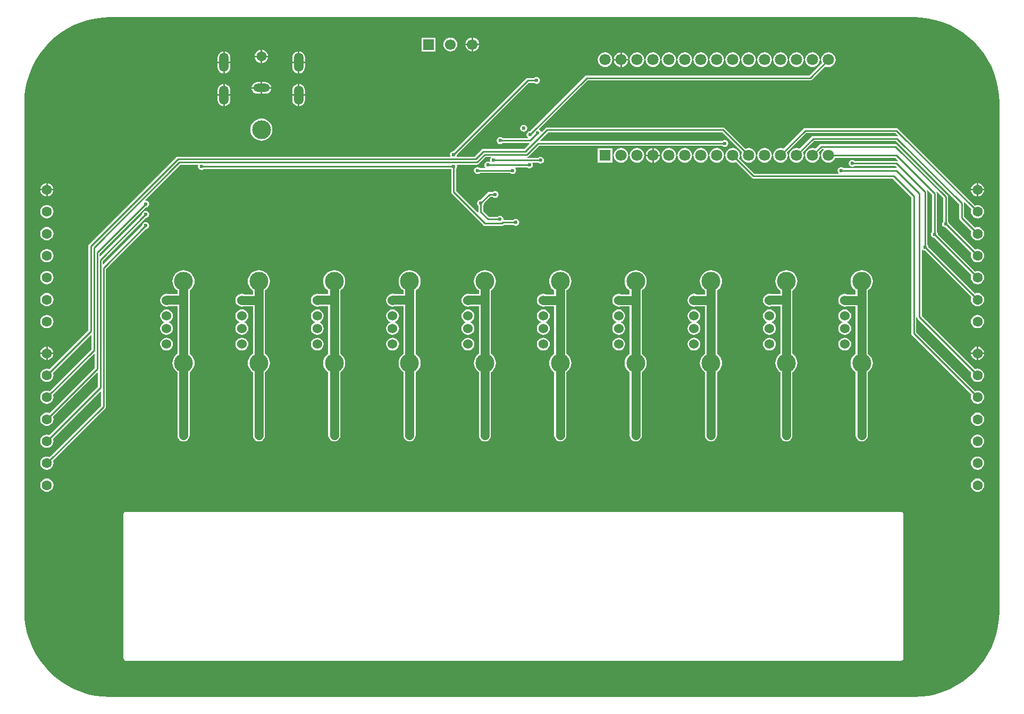
<source format=gbr>
%TF.GenerationSoftware,Altium Limited,Altium NEXUS,2.1.5 (53)*%
G04 Layer_Physical_Order=2*
G04 Layer_Color=16711680*
%FSLAX44Y44*%
%MOMM*%
%TF.FileFunction,Copper,L2,Bot,Signal*%
%TF.Part,Single*%
G01*
G75*
%TA.AperFunction,Conductor*%
%ADD22C,0.2540*%
%ADD24C,1.4000*%
%TA.AperFunction,ComponentPad*%
%ADD27C,1.5240*%
%ADD28C,3.0000*%
%ADD29C,1.7000*%
%ADD30R,1.7000X1.7000*%
%ADD31O,2.6160X1.3080*%
%ADD32O,1.5080X3.0160*%
%ADD33C,1.6000*%
%ADD34C,1.8000*%
%ADD35R,1.8000X1.8000*%
%TA.AperFunction,ViaPad*%
%ADD36C,0.6000*%
G36*
X1431887Y1234418D02*
X1443683Y1232865D01*
X1455300Y1230290D01*
X1466647Y1226712D01*
X1477640Y1222159D01*
X1488194Y1216665D01*
X1498228Y1210272D01*
X1507668Y1203029D01*
X1516440Y1194991D01*
X1524479Y1186218D01*
X1531722Y1176779D01*
X1538115Y1166744D01*
X1543609Y1156190D01*
X1548162Y1145197D01*
X1551740Y1133850D01*
X1554315Y1122234D01*
X1555868Y1110437D01*
X1556391Y1098471D01*
Y288629D01*
X1555868Y276663D01*
X1554315Y264867D01*
X1551740Y253251D01*
X1548162Y241903D01*
X1543609Y230911D01*
X1538115Y220357D01*
X1531722Y210322D01*
X1524479Y200882D01*
X1516440Y192110D01*
X1507668Y184072D01*
X1498229Y176828D01*
X1488194Y170435D01*
X1477640Y164941D01*
X1466647Y160388D01*
X1455300Y156810D01*
X1443683Y154235D01*
X1431887Y152682D01*
X1419921Y152160D01*
X140079Y152159D01*
X128113Y152682D01*
X116317Y154235D01*
X104700Y156810D01*
X93353Y160388D01*
X82360Y164941D01*
X71806Y170435D01*
X61772Y176828D01*
X52332Y184071D01*
X43560Y192110D01*
X35521Y200882D01*
X28278Y210321D01*
X21885Y220357D01*
X16391Y230911D01*
X11838Y241903D01*
X8260Y253250D01*
X5685Y264867D01*
X4132Y276663D01*
X3609Y288629D01*
X3609Y1098471D01*
X4132Y1110437D01*
X5685Y1122233D01*
X8260Y1133850D01*
X11838Y1145197D01*
X16391Y1156190D01*
X21885Y1166744D01*
X28278Y1176778D01*
X35521Y1186218D01*
X43559Y1194990D01*
X52332Y1203029D01*
X61771Y1210272D01*
X71806Y1216665D01*
X82360Y1222159D01*
X93353Y1226712D01*
X104700Y1230290D01*
X116317Y1232865D01*
X128113Y1234418D01*
X140079Y1234941D01*
X1419921D01*
X1431887Y1234418D01*
D02*
G37*
%LPC*%
G36*
X718260Y1202228D02*
Y1192530D01*
X727958D01*
X727746Y1194142D01*
X726633Y1196828D01*
X724864Y1199134D01*
X722558Y1200903D01*
X719872Y1202016D01*
X718260Y1202228D01*
D02*
G37*
G36*
X715720D02*
X714108Y1202016D01*
X711422Y1200903D01*
X709116Y1199134D01*
X707347Y1196828D01*
X706234Y1194142D01*
X706022Y1192530D01*
X715720D01*
Y1202228D01*
D02*
G37*
G36*
X727958Y1189990D02*
X718260D01*
Y1180292D01*
X719872Y1180504D01*
X722558Y1181617D01*
X724864Y1183386D01*
X726633Y1185692D01*
X727746Y1188378D01*
X727958Y1189990D01*
D02*
G37*
G36*
X715720D02*
X706022D01*
X706234Y1188378D01*
X707347Y1185692D01*
X709116Y1183386D01*
X711422Y1181617D01*
X714108Y1180504D01*
X715720Y1180292D01*
Y1189990D01*
D02*
G37*
G36*
X658030Y1202300D02*
X635950D01*
Y1180220D01*
X658030D01*
Y1202300D01*
D02*
G37*
G36*
X681990Y1202395D02*
X679108Y1202016D01*
X676422Y1200903D01*
X674116Y1199134D01*
X672347Y1196828D01*
X671234Y1194142D01*
X670855Y1191260D01*
X671234Y1188378D01*
X672347Y1185692D01*
X674116Y1183386D01*
X676422Y1181617D01*
X679108Y1180504D01*
X681990Y1180125D01*
X684872Y1180504D01*
X687558Y1181617D01*
X689864Y1183386D01*
X691633Y1185692D01*
X692746Y1188378D01*
X693125Y1191260D01*
X692746Y1194142D01*
X691633Y1196828D01*
X689864Y1199134D01*
X687558Y1200903D01*
X684872Y1202016D01*
X681990Y1202395D01*
D02*
G37*
G36*
X382270Y1182674D02*
Y1173480D01*
X391464D01*
X391269Y1174961D01*
X390207Y1177525D01*
X388517Y1179727D01*
X386315Y1181417D01*
X383751Y1182479D01*
X382270Y1182674D01*
D02*
G37*
G36*
X379730D02*
X378248Y1182479D01*
X375685Y1181417D01*
X373483Y1179727D01*
X371793Y1177525D01*
X370731Y1174961D01*
X370536Y1173480D01*
X379730D01*
Y1182674D01*
D02*
G37*
G36*
X955040Y1178602D02*
Y1168400D01*
X965242D01*
X965013Y1170143D01*
X963850Y1172950D01*
X962000Y1175360D01*
X959590Y1177210D01*
X956783Y1178373D01*
X955040Y1178602D01*
D02*
G37*
G36*
X952500D02*
X950758Y1178373D01*
X947950Y1177210D01*
X945540Y1175360D01*
X943690Y1172950D01*
X942527Y1170143D01*
X942298Y1168400D01*
X952500D01*
Y1178602D01*
D02*
G37*
G36*
X441770Y1180250D02*
Y1163980D01*
X450667D01*
Y1170250D01*
X450321Y1172881D01*
X449305Y1175333D01*
X447689Y1177439D01*
X445583Y1179055D01*
X443131Y1180070D01*
X441770Y1180250D01*
D02*
G37*
G36*
X322770D02*
Y1163980D01*
X331667D01*
Y1170250D01*
X331320Y1172881D01*
X330305Y1175333D01*
X328689Y1177439D01*
X326584Y1179055D01*
X324131Y1180070D01*
X322770Y1180250D01*
D02*
G37*
G36*
X320230D02*
X318869Y1180070D01*
X316416Y1179055D01*
X314311Y1177439D01*
X312695Y1175333D01*
X311679Y1172881D01*
X311333Y1170250D01*
Y1163980D01*
X320230D01*
Y1180250D01*
D02*
G37*
G36*
X439230D02*
X437869Y1180070D01*
X435416Y1179055D01*
X433311Y1177439D01*
X431695Y1175333D01*
X430680Y1172881D01*
X430333Y1170250D01*
Y1163980D01*
X439230D01*
Y1180250D01*
D02*
G37*
G36*
X391464Y1170940D02*
X382270D01*
Y1161746D01*
X383751Y1161941D01*
X386315Y1163003D01*
X388517Y1164693D01*
X390207Y1166895D01*
X391269Y1169458D01*
X391464Y1170940D01*
D02*
G37*
G36*
X379730D02*
X370536D01*
X370731Y1169458D01*
X371793Y1166895D01*
X373483Y1164693D01*
X375685Y1163003D01*
X378248Y1161941D01*
X379730Y1161746D01*
Y1170940D01*
D02*
G37*
G36*
X965242Y1165860D02*
X955040D01*
Y1155658D01*
X956783Y1155887D01*
X959590Y1157050D01*
X962000Y1158900D01*
X963850Y1161310D01*
X965013Y1164118D01*
X965242Y1165860D01*
D02*
G37*
G36*
X952500D02*
X942298D01*
X942527Y1164118D01*
X943690Y1161310D01*
X945540Y1158900D01*
X947950Y1157050D01*
X950758Y1155887D01*
X952500Y1155658D01*
Y1165860D01*
D02*
G37*
G36*
X1283970Y1178770D02*
X1280957Y1178373D01*
X1278150Y1177210D01*
X1275740Y1175360D01*
X1273890Y1172950D01*
X1272727Y1170143D01*
X1272330Y1167130D01*
X1272727Y1164118D01*
X1273529Y1162182D01*
X1253151Y1141805D01*
X899160D01*
X897673Y1141509D01*
X896413Y1140667D01*
X809119Y1053373D01*
X808990Y1053399D01*
X806828Y1052969D01*
X804996Y1051744D01*
X803771Y1049912D01*
X803342Y1047750D01*
X803771Y1045588D01*
X804996Y1043756D01*
X805559Y1043380D01*
X805174Y1042110D01*
X765432D01*
X765359Y1042219D01*
X763527Y1043444D01*
X761365Y1043874D01*
X759203Y1043444D01*
X757371Y1042219D01*
X756146Y1040387D01*
X755716Y1038225D01*
X756146Y1036063D01*
X757371Y1034231D01*
X759203Y1033006D01*
X761365Y1032577D01*
X763527Y1033006D01*
X765359Y1034231D01*
X765432Y1034340D01*
X807552D01*
X808078Y1033070D01*
X799973Y1024965D01*
X734496D01*
X733009Y1024669D01*
X731749Y1023827D01*
X720647Y1012725D01*
X692884D01*
X692469Y1013501D01*
X692320Y1013995D01*
X692719Y1016000D01*
X692693Y1016129D01*
X806789Y1130225D01*
X815083D01*
X815156Y1130116D01*
X816988Y1128891D01*
X819150Y1128462D01*
X821312Y1128891D01*
X823144Y1130116D01*
X824369Y1131948D01*
X824799Y1134110D01*
X824369Y1136272D01*
X823144Y1138104D01*
X821312Y1139329D01*
X819150Y1139759D01*
X816988Y1139329D01*
X815156Y1138104D01*
X815083Y1137995D01*
X805180D01*
X803693Y1137699D01*
X802433Y1136857D01*
X687199Y1021623D01*
X687070Y1021648D01*
X684908Y1021219D01*
X683076Y1019994D01*
X681851Y1018162D01*
X681422Y1016000D01*
X681820Y1013995D01*
X681671Y1013501D01*
X681256Y1012725D01*
X248110D01*
X246623Y1012429D01*
X245363Y1011587D01*
X106473Y872697D01*
X105631Y871437D01*
X105335Y869950D01*
Y735999D01*
X43552Y674216D01*
X42122Y674809D01*
X39370Y675171D01*
X36618Y674809D01*
X34055Y673747D01*
X31853Y672057D01*
X30163Y669855D01*
X29101Y667291D01*
X28739Y664540D01*
X29101Y661788D01*
X30163Y659225D01*
X31853Y657023D01*
X34055Y655333D01*
X36618Y654271D01*
X39370Y653909D01*
X42122Y654271D01*
X44686Y655333D01*
X46887Y657023D01*
X48577Y659224D01*
X49639Y661788D01*
X50001Y664540D01*
X49639Y667291D01*
X49046Y668722D01*
X109242Y728918D01*
X110415Y728432D01*
Y706079D01*
X43552Y639216D01*
X42122Y639809D01*
X39370Y640171D01*
X36618Y639809D01*
X34055Y638747D01*
X31853Y637057D01*
X30163Y634855D01*
X29101Y632291D01*
X28739Y629540D01*
X29101Y626788D01*
X30163Y624225D01*
X31853Y622023D01*
X34055Y620333D01*
X36618Y619271D01*
X39370Y618909D01*
X42122Y619271D01*
X44686Y620333D01*
X46887Y622023D01*
X48577Y624225D01*
X49639Y626788D01*
X50001Y629540D01*
X49639Y632291D01*
X49046Y633722D01*
X114322Y698998D01*
X115495Y698512D01*
Y676159D01*
X43552Y604216D01*
X42122Y604809D01*
X39370Y605171D01*
X36618Y604809D01*
X34055Y603747D01*
X31853Y602057D01*
X30163Y599855D01*
X29101Y597291D01*
X28739Y594540D01*
X29101Y591788D01*
X30163Y589225D01*
X31853Y587023D01*
X34055Y585333D01*
X36618Y584271D01*
X39370Y583909D01*
X42122Y584271D01*
X44686Y585333D01*
X46887Y587023D01*
X48577Y589225D01*
X49639Y591788D01*
X50001Y594540D01*
X49639Y597291D01*
X49046Y598722D01*
X119402Y669078D01*
X120575Y668592D01*
Y646239D01*
X43552Y569216D01*
X42122Y569809D01*
X39370Y570171D01*
X36618Y569809D01*
X34055Y568747D01*
X31853Y567057D01*
X30163Y564855D01*
X29101Y562291D01*
X28739Y559540D01*
X29101Y556788D01*
X30163Y554225D01*
X31853Y552023D01*
X34055Y550333D01*
X36618Y549271D01*
X39370Y548909D01*
X42122Y549271D01*
X44686Y550333D01*
X46887Y552023D01*
X48577Y554225D01*
X49639Y556788D01*
X50001Y559540D01*
X49639Y562291D01*
X49046Y563722D01*
X124482Y639158D01*
X125655Y638672D01*
Y616319D01*
X43552Y534216D01*
X42122Y534809D01*
X39370Y535171D01*
X36618Y534809D01*
X34055Y533747D01*
X31853Y532057D01*
X30163Y529855D01*
X29101Y527291D01*
X28739Y524540D01*
X29101Y521788D01*
X30163Y519225D01*
X31853Y517023D01*
X34055Y515333D01*
X36618Y514271D01*
X39370Y513909D01*
X42122Y514271D01*
X44686Y515333D01*
X46887Y517023D01*
X48577Y519225D01*
X49639Y521788D01*
X50001Y524540D01*
X49639Y527291D01*
X49046Y528722D01*
X132287Y611963D01*
X133129Y613223D01*
X133425Y614710D01*
Y834051D01*
X196721Y897347D01*
X196850Y897321D01*
X199012Y897751D01*
X200844Y898976D01*
X202069Y900808D01*
X202498Y902970D01*
X202069Y905132D01*
X200844Y906964D01*
X199012Y908189D01*
X196850Y908618D01*
X194688Y908189D01*
X192856Y906964D01*
X191631Y905132D01*
X191201Y902970D01*
X191227Y902841D01*
X129518Y841132D01*
X128345Y841618D01*
Y846751D01*
X196721Y915127D01*
X196850Y915101D01*
X199012Y915531D01*
X200844Y916756D01*
X202069Y918588D01*
X202498Y920750D01*
X202069Y922912D01*
X200844Y924744D01*
X199012Y925969D01*
X196850Y926398D01*
X194688Y925969D01*
X192856Y924744D01*
X191631Y922912D01*
X191201Y920750D01*
X191227Y920621D01*
X124438Y853832D01*
X123265Y854318D01*
Y858181D01*
X196721Y931637D01*
X196850Y931611D01*
X199012Y932041D01*
X200844Y933266D01*
X202069Y935098D01*
X202498Y937260D01*
X202069Y939422D01*
X200844Y941254D01*
X199012Y942479D01*
X196850Y942908D01*
X196603Y942859D01*
X195978Y944030D01*
X251823Y999875D01*
X279631D01*
X280431Y998605D01*
X280102Y996950D01*
X280531Y994788D01*
X281756Y992956D01*
X283588Y991731D01*
X285750Y991301D01*
X287912Y991731D01*
X289744Y992956D01*
X289817Y993065D01*
X683003D01*
X683076Y992956D01*
X683185Y992883D01*
Y956310D01*
X683481Y954823D01*
X684323Y953563D01*
X734313Y903573D01*
X735573Y902731D01*
X737060Y902435D01*
X763815D01*
X765302Y902731D01*
X766562Y903573D01*
X767154Y904165D01*
X782063D01*
X782136Y904056D01*
X783968Y902831D01*
X786130Y902402D01*
X788292Y902831D01*
X790124Y904056D01*
X791349Y905888D01*
X791778Y908050D01*
X791349Y910212D01*
X790124Y912044D01*
X788292Y913269D01*
X786130Y913699D01*
X783968Y913269D01*
X782136Y912044D01*
X782063Y911935D01*
X767406D01*
X766601Y912916D01*
X766643Y913130D01*
X766213Y915292D01*
X764989Y917124D01*
X763156Y918349D01*
X760995Y918779D01*
X758833Y918349D01*
X757001Y917124D01*
X756927Y917015D01*
X743289D01*
X734135Y926169D01*
Y934463D01*
X734244Y934536D01*
X735469Y936368D01*
X735899Y938530D01*
X735873Y938659D01*
X745829Y948615D01*
X749043D01*
X749116Y948506D01*
X750948Y947281D01*
X753110Y946852D01*
X755272Y947281D01*
X757104Y948506D01*
X758329Y950338D01*
X758758Y952500D01*
X758329Y954662D01*
X757104Y956494D01*
X755272Y957719D01*
X753110Y958148D01*
X750948Y957719D01*
X749116Y956494D01*
X749043Y956385D01*
X744220D01*
X742733Y956089D01*
X741473Y955247D01*
X730379Y944153D01*
X730250Y944178D01*
X728088Y943749D01*
X726256Y942524D01*
X725031Y940692D01*
X724602Y938530D01*
X725031Y936368D01*
X726256Y934536D01*
X726365Y934463D01*
Y924560D01*
X726429Y924241D01*
X725258Y923615D01*
X690955Y957919D01*
Y992883D01*
X691064Y992956D01*
X692289Y994788D01*
X692719Y996950D01*
X692389Y998605D01*
X693189Y999875D01*
X724360D01*
X725847Y1000171D01*
X727107Y1001013D01*
X738209Y1012115D01*
X745977D01*
X746403Y1010845D01*
X745351Y1009272D01*
X744921Y1007110D01*
X745287Y1005270D01*
X744449Y1004521D01*
X744258Y1004430D01*
X743842Y1004709D01*
X741680Y1005138D01*
X739518Y1004709D01*
X737686Y1003484D01*
X736461Y1001652D01*
X736031Y999490D01*
X736461Y997328D01*
X737513Y995755D01*
X737087Y994485D01*
X729237D01*
X729164Y994594D01*
X727332Y995819D01*
X725170Y996248D01*
X723008Y995819D01*
X721176Y994594D01*
X719951Y992762D01*
X719521Y990600D01*
X719951Y988438D01*
X721176Y986606D01*
X723008Y985381D01*
X725170Y984951D01*
X727332Y985381D01*
X729164Y986606D01*
X729237Y986715D01*
X776983D01*
X777056Y986606D01*
X778888Y985381D01*
X781050Y984951D01*
X783212Y985381D01*
X785044Y986606D01*
X786269Y988438D01*
X786699Y990600D01*
X786269Y992762D01*
X785217Y994335D01*
X785643Y995605D01*
X803653D01*
X803726Y995496D01*
X805558Y994271D01*
X807720Y993841D01*
X809882Y994271D01*
X811714Y995496D01*
X812939Y997328D01*
X813369Y999490D01*
X812939Y1001652D01*
X812635Y1002105D01*
X813234Y1003225D01*
X821433D01*
X821506Y1003116D01*
X823338Y1001891D01*
X825500Y1001461D01*
X827662Y1001891D01*
X829494Y1003116D01*
X830719Y1004948D01*
X831149Y1007110D01*
X830719Y1009272D01*
X829494Y1011104D01*
X827662Y1012329D01*
X825500Y1012758D01*
X823338Y1012329D01*
X821506Y1011104D01*
X821433Y1010995D01*
X804561D01*
X804436Y1012265D01*
X805172Y1012411D01*
X806433Y1013253D01*
X823075Y1029895D01*
X1114803D01*
X1114876Y1029786D01*
X1116708Y1028561D01*
X1118870Y1028131D01*
X1121032Y1028561D01*
X1122864Y1029786D01*
X1124089Y1031618D01*
X1124519Y1033780D01*
X1124089Y1035942D01*
X1122864Y1037774D01*
X1121032Y1038999D01*
X1118870Y1039428D01*
X1116708Y1038999D01*
X1114876Y1037774D01*
X1114803Y1037665D01*
X825319D01*
X824833Y1038838D01*
X837481Y1051485D01*
X1114721D01*
X1146529Y1019678D01*
X1145727Y1017742D01*
X1145331Y1014730D01*
X1145727Y1011718D01*
X1146890Y1008910D01*
X1148740Y1006500D01*
X1151150Y1004650D01*
X1153958Y1003487D01*
X1156970Y1003090D01*
X1159983Y1003487D01*
X1162790Y1004650D01*
X1165200Y1006500D01*
X1167050Y1008910D01*
X1168213Y1011718D01*
X1168610Y1014730D01*
X1168213Y1017742D01*
X1167050Y1020550D01*
X1165200Y1022960D01*
X1162790Y1024810D01*
X1159983Y1025973D01*
X1156970Y1026369D01*
X1153958Y1025973D01*
X1152022Y1025171D01*
X1119077Y1058117D01*
X1117817Y1058959D01*
X1116330Y1059255D01*
X835872D01*
X834385Y1058959D01*
X833125Y1058117D01*
X827556Y1052549D01*
X826093Y1052881D01*
X825155Y1054284D01*
X823752Y1055222D01*
X823419Y1056686D01*
X900769Y1134035D01*
X1254760D01*
X1256247Y1134331D01*
X1257507Y1135173D01*
X1279022Y1156689D01*
X1280957Y1155887D01*
X1283970Y1155490D01*
X1286983Y1155887D01*
X1289790Y1157050D01*
X1292200Y1158900D01*
X1294050Y1161310D01*
X1295213Y1164118D01*
X1295610Y1167130D01*
X1295213Y1170143D01*
X1294050Y1172950D01*
X1292200Y1175360D01*
X1289790Y1177210D01*
X1286983Y1178373D01*
X1283970Y1178770D01*
D02*
G37*
G36*
X1258570D02*
X1255557Y1178373D01*
X1252750Y1177210D01*
X1250340Y1175360D01*
X1248490Y1172950D01*
X1247327Y1170143D01*
X1246930Y1167130D01*
X1247327Y1164118D01*
X1248490Y1161310D01*
X1250340Y1158900D01*
X1252750Y1157050D01*
X1255557Y1155887D01*
X1258570Y1155490D01*
X1261582Y1155887D01*
X1264390Y1157050D01*
X1266800Y1158900D01*
X1268650Y1161310D01*
X1269813Y1164118D01*
X1270210Y1167130D01*
X1269813Y1170143D01*
X1268650Y1172950D01*
X1266800Y1175360D01*
X1264390Y1177210D01*
X1261582Y1178373D01*
X1258570Y1178770D01*
D02*
G37*
G36*
X1233170D02*
X1230157Y1178373D01*
X1227350Y1177210D01*
X1224940Y1175360D01*
X1223090Y1172950D01*
X1221927Y1170143D01*
X1221530Y1167130D01*
X1221927Y1164118D01*
X1223090Y1161310D01*
X1224940Y1158900D01*
X1227350Y1157050D01*
X1230157Y1155887D01*
X1233170Y1155490D01*
X1236182Y1155887D01*
X1238990Y1157050D01*
X1241400Y1158900D01*
X1243250Y1161310D01*
X1244413Y1164118D01*
X1244810Y1167130D01*
X1244413Y1170143D01*
X1243250Y1172950D01*
X1241400Y1175360D01*
X1238990Y1177210D01*
X1236182Y1178373D01*
X1233170Y1178770D01*
D02*
G37*
G36*
X1207770D02*
X1204758Y1178373D01*
X1201950Y1177210D01*
X1199540Y1175360D01*
X1197690Y1172950D01*
X1196527Y1170143D01*
X1196130Y1167130D01*
X1196527Y1164118D01*
X1197690Y1161310D01*
X1199540Y1158900D01*
X1201950Y1157050D01*
X1204758Y1155887D01*
X1207770Y1155490D01*
X1210782Y1155887D01*
X1213590Y1157050D01*
X1216000Y1158900D01*
X1217850Y1161310D01*
X1219013Y1164118D01*
X1219410Y1167130D01*
X1219013Y1170143D01*
X1217850Y1172950D01*
X1216000Y1175360D01*
X1213590Y1177210D01*
X1210782Y1178373D01*
X1207770Y1178770D01*
D02*
G37*
G36*
X1182370D02*
X1179358Y1178373D01*
X1176550Y1177210D01*
X1174140Y1175360D01*
X1172290Y1172950D01*
X1171127Y1170143D01*
X1170730Y1167130D01*
X1171127Y1164118D01*
X1172290Y1161310D01*
X1174140Y1158900D01*
X1176550Y1157050D01*
X1179358Y1155887D01*
X1182370Y1155490D01*
X1185383Y1155887D01*
X1188190Y1157050D01*
X1190600Y1158900D01*
X1192450Y1161310D01*
X1193613Y1164118D01*
X1194010Y1167130D01*
X1193613Y1170143D01*
X1192450Y1172950D01*
X1190600Y1175360D01*
X1188190Y1177210D01*
X1185383Y1178373D01*
X1182370Y1178770D01*
D02*
G37*
G36*
X1156970D02*
X1153958Y1178373D01*
X1151150Y1177210D01*
X1148740Y1175360D01*
X1146890Y1172950D01*
X1145727Y1170143D01*
X1145331Y1167130D01*
X1145727Y1164118D01*
X1146890Y1161310D01*
X1148740Y1158900D01*
X1151150Y1157050D01*
X1153958Y1155887D01*
X1156970Y1155490D01*
X1159983Y1155887D01*
X1162790Y1157050D01*
X1165200Y1158900D01*
X1167050Y1161310D01*
X1168213Y1164118D01*
X1168610Y1167130D01*
X1168213Y1170143D01*
X1167050Y1172950D01*
X1165200Y1175360D01*
X1162790Y1177210D01*
X1159983Y1178373D01*
X1156970Y1178770D01*
D02*
G37*
G36*
X1131570D02*
X1128558Y1178373D01*
X1125750Y1177210D01*
X1123340Y1175360D01*
X1121490Y1172950D01*
X1120327Y1170143D01*
X1119930Y1167130D01*
X1120327Y1164118D01*
X1121490Y1161310D01*
X1123340Y1158900D01*
X1125750Y1157050D01*
X1128558Y1155887D01*
X1131570Y1155490D01*
X1134583Y1155887D01*
X1137390Y1157050D01*
X1139800Y1158900D01*
X1141650Y1161310D01*
X1142813Y1164118D01*
X1143210Y1167130D01*
X1142813Y1170143D01*
X1141650Y1172950D01*
X1139800Y1175360D01*
X1137390Y1177210D01*
X1134583Y1178373D01*
X1131570Y1178770D01*
D02*
G37*
G36*
X1106170D02*
X1103158Y1178373D01*
X1100350Y1177210D01*
X1097940Y1175360D01*
X1096090Y1172950D01*
X1094927Y1170143D01*
X1094530Y1167130D01*
X1094927Y1164118D01*
X1096090Y1161310D01*
X1097940Y1158900D01*
X1100350Y1157050D01*
X1103158Y1155887D01*
X1106170Y1155490D01*
X1109183Y1155887D01*
X1111990Y1157050D01*
X1114400Y1158900D01*
X1116250Y1161310D01*
X1117413Y1164118D01*
X1117810Y1167130D01*
X1117413Y1170143D01*
X1116250Y1172950D01*
X1114400Y1175360D01*
X1111990Y1177210D01*
X1109183Y1178373D01*
X1106170Y1178770D01*
D02*
G37*
G36*
X1080770D02*
X1077757Y1178373D01*
X1074950Y1177210D01*
X1072540Y1175360D01*
X1070690Y1172950D01*
X1069527Y1170143D01*
X1069130Y1167130D01*
X1069527Y1164118D01*
X1070690Y1161310D01*
X1072540Y1158900D01*
X1074950Y1157050D01*
X1077757Y1155887D01*
X1080770Y1155490D01*
X1083783Y1155887D01*
X1086590Y1157050D01*
X1089000Y1158900D01*
X1090850Y1161310D01*
X1092013Y1164118D01*
X1092410Y1167130D01*
X1092013Y1170143D01*
X1090850Y1172950D01*
X1089000Y1175360D01*
X1086590Y1177210D01*
X1083783Y1178373D01*
X1080770Y1178770D01*
D02*
G37*
G36*
X1055370D02*
X1052357Y1178373D01*
X1049550Y1177210D01*
X1047140Y1175360D01*
X1045290Y1172950D01*
X1044127Y1170143D01*
X1043730Y1167130D01*
X1044127Y1164118D01*
X1045290Y1161310D01*
X1047140Y1158900D01*
X1049550Y1157050D01*
X1052357Y1155887D01*
X1055370Y1155490D01*
X1058382Y1155887D01*
X1061190Y1157050D01*
X1063600Y1158900D01*
X1065450Y1161310D01*
X1066613Y1164118D01*
X1067010Y1167130D01*
X1066613Y1170143D01*
X1065450Y1172950D01*
X1063600Y1175360D01*
X1061190Y1177210D01*
X1058382Y1178373D01*
X1055370Y1178770D01*
D02*
G37*
G36*
X1029970D02*
X1026957Y1178373D01*
X1024150Y1177210D01*
X1021740Y1175360D01*
X1019890Y1172950D01*
X1018727Y1170143D01*
X1018330Y1167130D01*
X1018727Y1164118D01*
X1019890Y1161310D01*
X1021740Y1158900D01*
X1024150Y1157050D01*
X1026957Y1155887D01*
X1029970Y1155490D01*
X1032982Y1155887D01*
X1035790Y1157050D01*
X1038200Y1158900D01*
X1040050Y1161310D01*
X1041213Y1164118D01*
X1041609Y1167130D01*
X1041213Y1170143D01*
X1040050Y1172950D01*
X1038200Y1175360D01*
X1035790Y1177210D01*
X1032982Y1178373D01*
X1029970Y1178770D01*
D02*
G37*
G36*
X1004570D02*
X1001557Y1178373D01*
X998750Y1177210D01*
X996340Y1175360D01*
X994490Y1172950D01*
X993327Y1170143D01*
X992930Y1167130D01*
X993327Y1164118D01*
X994490Y1161310D01*
X996340Y1158900D01*
X998750Y1157050D01*
X1001557Y1155887D01*
X1004570Y1155490D01*
X1007582Y1155887D01*
X1010390Y1157050D01*
X1012800Y1158900D01*
X1014650Y1161310D01*
X1015813Y1164118D01*
X1016209Y1167130D01*
X1015813Y1170143D01*
X1014650Y1172950D01*
X1012800Y1175360D01*
X1010390Y1177210D01*
X1007582Y1178373D01*
X1004570Y1178770D01*
D02*
G37*
G36*
X979170D02*
X976158Y1178373D01*
X973350Y1177210D01*
X970940Y1175360D01*
X969090Y1172950D01*
X967927Y1170143D01*
X967531Y1167130D01*
X967927Y1164118D01*
X969090Y1161310D01*
X970940Y1158900D01*
X973350Y1157050D01*
X976158Y1155887D01*
X979170Y1155490D01*
X982182Y1155887D01*
X984990Y1157050D01*
X987400Y1158900D01*
X989250Y1161310D01*
X990413Y1164118D01*
X990809Y1167130D01*
X990413Y1170143D01*
X989250Y1172950D01*
X987400Y1175360D01*
X984990Y1177210D01*
X982182Y1178373D01*
X979170Y1178770D01*
D02*
G37*
G36*
X928370D02*
X925358Y1178373D01*
X922550Y1177210D01*
X920140Y1175360D01*
X918290Y1172950D01*
X917127Y1170143D01*
X916730Y1167130D01*
X917127Y1164118D01*
X918290Y1161310D01*
X920140Y1158900D01*
X922550Y1157050D01*
X925358Y1155887D01*
X928370Y1155490D01*
X931383Y1155887D01*
X934190Y1157050D01*
X936600Y1158900D01*
X938450Y1161310D01*
X939613Y1164118D01*
X940010Y1167130D01*
X939613Y1170143D01*
X938450Y1172950D01*
X936600Y1175360D01*
X934190Y1177210D01*
X931383Y1178373D01*
X928370Y1178770D01*
D02*
G37*
G36*
X450667Y1161440D02*
X441770D01*
Y1145170D01*
X443131Y1145349D01*
X445583Y1146365D01*
X447689Y1147981D01*
X449305Y1150087D01*
X450321Y1152539D01*
X450667Y1155170D01*
Y1161440D01*
D02*
G37*
G36*
X331667D02*
X322770D01*
Y1145170D01*
X324131Y1145349D01*
X326584Y1146365D01*
X328689Y1147981D01*
X330305Y1150087D01*
X331320Y1152539D01*
X331667Y1155170D01*
Y1161440D01*
D02*
G37*
G36*
X320230D02*
X311333D01*
Y1155170D01*
X311679Y1152539D01*
X312695Y1150087D01*
X314311Y1147981D01*
X316416Y1146365D01*
X318869Y1145349D01*
X320230Y1145170D01*
Y1161440D01*
D02*
G37*
G36*
X439230D02*
X430333D01*
Y1155170D01*
X430680Y1152539D01*
X431695Y1150087D01*
X433311Y1147981D01*
X435416Y1146365D01*
X437869Y1145349D01*
X439230Y1145170D01*
Y1161440D01*
D02*
G37*
G36*
X387540Y1131368D02*
X382270D01*
Y1123480D01*
X396531D01*
X396386Y1124580D01*
X395471Y1126789D01*
X394016Y1128686D01*
X392119Y1130141D01*
X389910Y1131056D01*
X387540Y1131368D01*
D02*
G37*
G36*
X379730D02*
X374460D01*
X372090Y1131056D01*
X369881Y1130141D01*
X367984Y1128686D01*
X366529Y1126789D01*
X365614Y1124580D01*
X365469Y1123480D01*
X379730D01*
Y1131368D01*
D02*
G37*
G36*
X396531Y1120940D02*
X382270D01*
Y1113052D01*
X387540D01*
X389910Y1113364D01*
X392119Y1114279D01*
X394016Y1115734D01*
X395471Y1117631D01*
X396386Y1119840D01*
X396531Y1120940D01*
D02*
G37*
G36*
X379730D02*
X365469D01*
X365614Y1119840D01*
X366529Y1117631D01*
X367984Y1115734D01*
X369881Y1114279D01*
X372090Y1113364D01*
X374460Y1113052D01*
X379730D01*
Y1120940D01*
D02*
G37*
G36*
X441770Y1128250D02*
Y1111980D01*
X450667D01*
Y1118250D01*
X450321Y1120881D01*
X449305Y1123334D01*
X447689Y1125439D01*
X445583Y1127055D01*
X443131Y1128071D01*
X441770Y1128250D01*
D02*
G37*
G36*
X322770D02*
Y1111980D01*
X331667D01*
Y1118250D01*
X331320Y1120881D01*
X330305Y1123334D01*
X328689Y1125439D01*
X326584Y1127055D01*
X324131Y1128071D01*
X322770Y1128250D01*
D02*
G37*
G36*
X320230D02*
X318869Y1128071D01*
X316416Y1127055D01*
X314311Y1125439D01*
X312695Y1123334D01*
X311679Y1120881D01*
X311333Y1118250D01*
Y1111980D01*
X320230D01*
Y1128250D01*
D02*
G37*
G36*
X439230D02*
X437869Y1128071D01*
X435416Y1127055D01*
X433311Y1125439D01*
X431695Y1123334D01*
X430680Y1120881D01*
X430333Y1118250D01*
Y1111980D01*
X439230D01*
Y1128250D01*
D02*
G37*
G36*
X450667Y1109440D02*
X441770D01*
Y1093170D01*
X443131Y1093350D01*
X445583Y1094365D01*
X447689Y1095981D01*
X449305Y1098086D01*
X450321Y1100539D01*
X450667Y1103170D01*
Y1109440D01*
D02*
G37*
G36*
X331667D02*
X322770D01*
Y1093170D01*
X324131Y1093350D01*
X326584Y1094365D01*
X328689Y1095981D01*
X330305Y1098086D01*
X331320Y1100539D01*
X331667Y1103170D01*
Y1109440D01*
D02*
G37*
G36*
X439230D02*
X430333D01*
Y1103170D01*
X430680Y1100539D01*
X431695Y1098086D01*
X433311Y1095981D01*
X435416Y1094365D01*
X437869Y1093350D01*
X439230Y1093170D01*
Y1109440D01*
D02*
G37*
G36*
X320230D02*
X311333D01*
Y1103170D01*
X311679Y1100539D01*
X312695Y1098086D01*
X314311Y1095981D01*
X316416Y1094365D01*
X318869Y1093350D01*
X320230Y1093170D01*
Y1109440D01*
D02*
G37*
G36*
X798830Y1063559D02*
X796668Y1063129D01*
X794836Y1061904D01*
X793611Y1060072D01*
X793182Y1057910D01*
X793611Y1055748D01*
X794836Y1053916D01*
X796668Y1052691D01*
X798830Y1052262D01*
X800992Y1052691D01*
X802824Y1053916D01*
X804049Y1055748D01*
X804479Y1057910D01*
X804049Y1060072D01*
X802824Y1061904D01*
X800992Y1063129D01*
X798830Y1063559D01*
D02*
G37*
G36*
X1392400Y1057985D02*
X1247140D01*
X1245653Y1057689D01*
X1244393Y1056847D01*
X1212718Y1025171D01*
X1210782Y1025973D01*
X1207770Y1026369D01*
X1204758Y1025973D01*
X1201950Y1024810D01*
X1199540Y1022960D01*
X1197690Y1020550D01*
X1196527Y1017742D01*
X1196130Y1014730D01*
X1196527Y1011718D01*
X1197690Y1008910D01*
X1199540Y1006500D01*
X1201950Y1004650D01*
X1204758Y1003487D01*
X1207770Y1003090D01*
X1210782Y1003487D01*
X1213590Y1004650D01*
X1216000Y1006500D01*
X1217850Y1008910D01*
X1219013Y1011718D01*
X1219410Y1014730D01*
X1219013Y1017742D01*
X1218211Y1019678D01*
X1248749Y1050215D01*
X1390791D01*
X1394734Y1046272D01*
X1394108Y1045102D01*
X1393190Y1045285D01*
X1259840D01*
X1258353Y1044989D01*
X1257093Y1044147D01*
X1238118Y1025171D01*
X1236182Y1025973D01*
X1233170Y1026369D01*
X1230157Y1025973D01*
X1227350Y1024810D01*
X1224940Y1022960D01*
X1223090Y1020550D01*
X1221927Y1017742D01*
X1221530Y1014730D01*
X1221927Y1011718D01*
X1223090Y1008910D01*
X1224940Y1006500D01*
X1227350Y1004650D01*
X1230157Y1003487D01*
X1233170Y1003090D01*
X1236182Y1003487D01*
X1238990Y1004650D01*
X1241400Y1006500D01*
X1243250Y1008910D01*
X1244413Y1011718D01*
X1244810Y1014730D01*
X1244413Y1017742D01*
X1243611Y1019678D01*
X1261449Y1037515D01*
X1391581D01*
X1492175Y936921D01*
Y915440D01*
X1492471Y913953D01*
X1493313Y912693D01*
X1511784Y894222D01*
X1511191Y892792D01*
X1510829Y890040D01*
X1511191Y887289D01*
X1512253Y884725D01*
X1513943Y882523D01*
X1516145Y880833D01*
X1518708Y879771D01*
X1521460Y879409D01*
X1524211Y879771D01*
X1526776Y880833D01*
X1528977Y882523D01*
X1530667Y884725D01*
X1531729Y887289D01*
X1532091Y890040D01*
X1531729Y892792D01*
X1530667Y895356D01*
X1528977Y897557D01*
X1526776Y899247D01*
X1524211Y900309D01*
X1521460Y900671D01*
X1518708Y900309D01*
X1517278Y899716D01*
X1499945Y917049D01*
Y938530D01*
X1499762Y939448D01*
X1500932Y940074D01*
X1511784Y929222D01*
X1511191Y927792D01*
X1510829Y925040D01*
X1511191Y922289D01*
X1512253Y919725D01*
X1513943Y917523D01*
X1516145Y915833D01*
X1518708Y914771D01*
X1521460Y914409D01*
X1524211Y914771D01*
X1526776Y915833D01*
X1528977Y917523D01*
X1530667Y919725D01*
X1531729Y922289D01*
X1532091Y925040D01*
X1531729Y927792D01*
X1530667Y930356D01*
X1528977Y932557D01*
X1526776Y934247D01*
X1524211Y935309D01*
X1521460Y935671D01*
X1518708Y935309D01*
X1517278Y934716D01*
X1395147Y1056847D01*
X1393887Y1057689D01*
X1392400Y1057985D01*
D02*
G37*
G36*
X381000Y1073335D02*
X377562Y1072996D01*
X374255Y1071993D01*
X371208Y1070365D01*
X368537Y1068173D01*
X366345Y1065502D01*
X364717Y1062455D01*
X363714Y1059148D01*
X363375Y1055710D01*
X363714Y1052272D01*
X364717Y1048965D01*
X366345Y1045918D01*
X368537Y1043247D01*
X371208Y1041056D01*
X374255Y1039427D01*
X377562Y1038424D01*
X381000Y1038085D01*
X384438Y1038424D01*
X387745Y1039427D01*
X390792Y1041056D01*
X393463Y1043247D01*
X395654Y1045918D01*
X397283Y1048965D01*
X398286Y1052272D01*
X398625Y1055710D01*
X398286Y1059148D01*
X397283Y1062455D01*
X395654Y1065502D01*
X393463Y1068173D01*
X390792Y1070365D01*
X387745Y1071993D01*
X384438Y1072996D01*
X381000Y1073335D01*
D02*
G37*
G36*
X1390650Y1032585D02*
X1272540D01*
X1271053Y1032289D01*
X1269793Y1031447D01*
X1263518Y1025171D01*
X1261582Y1025973D01*
X1258570Y1026369D01*
X1255557Y1025973D01*
X1252750Y1024810D01*
X1250340Y1022960D01*
X1248490Y1020550D01*
X1247327Y1017742D01*
X1246930Y1014730D01*
X1247327Y1011718D01*
X1248490Y1008910D01*
X1250340Y1006500D01*
X1252750Y1004650D01*
X1255557Y1003487D01*
X1258570Y1003090D01*
X1261582Y1003487D01*
X1264390Y1004650D01*
X1266800Y1006500D01*
X1268650Y1008910D01*
X1269813Y1011718D01*
X1270210Y1014730D01*
X1269813Y1017742D01*
X1269011Y1019678D01*
X1274149Y1024815D01*
X1276071D01*
X1276502Y1023545D01*
X1275740Y1022960D01*
X1273890Y1020550D01*
X1272727Y1017742D01*
X1272330Y1014730D01*
X1272727Y1011718D01*
X1273890Y1008910D01*
X1275740Y1006500D01*
X1278150Y1004650D01*
X1280957Y1003487D01*
X1283970Y1003090D01*
X1286983Y1003487D01*
X1289790Y1004650D01*
X1292200Y1006500D01*
X1294050Y1008910D01*
X1294852Y1010845D01*
X1390311D01*
X1395225Y1005931D01*
X1394415Y1004945D01*
X1393407Y1005619D01*
X1391920Y1005915D01*
X1326137D01*
X1326064Y1006024D01*
X1324232Y1007249D01*
X1322070Y1007679D01*
X1319908Y1007249D01*
X1318076Y1006024D01*
X1316851Y1004192D01*
X1316422Y1002030D01*
X1316851Y999868D01*
X1318076Y998036D01*
X1319908Y996811D01*
X1322070Y996382D01*
X1324232Y996811D01*
X1326064Y998036D01*
X1326137Y998145D01*
X1390311D01*
X1392865Y995592D01*
X1392239Y994421D01*
X1391920Y994485D01*
X1308357D01*
X1308284Y994594D01*
X1306452Y995819D01*
X1304290Y996248D01*
X1302128Y995819D01*
X1300296Y994594D01*
X1299071Y992762D01*
X1298642Y990600D01*
X1299071Y988438D01*
X1300123Y986865D01*
X1299697Y985595D01*
X1166199D01*
X1142011Y1009782D01*
X1142813Y1011718D01*
X1143210Y1014730D01*
X1142813Y1017742D01*
X1141650Y1020550D01*
X1139800Y1022960D01*
X1137390Y1024810D01*
X1134583Y1025973D01*
X1131570Y1026369D01*
X1128558Y1025973D01*
X1125750Y1024810D01*
X1123340Y1022960D01*
X1121490Y1020550D01*
X1120327Y1017742D01*
X1119930Y1014730D01*
X1120327Y1011718D01*
X1121490Y1008910D01*
X1123340Y1006500D01*
X1125750Y1004650D01*
X1128558Y1003487D01*
X1131570Y1003090D01*
X1134583Y1003487D01*
X1136518Y1004289D01*
X1161843Y978963D01*
X1163103Y978121D01*
X1164590Y977825D01*
X1386501D01*
X1415975Y948351D01*
Y731140D01*
X1416271Y729653D01*
X1417113Y728393D01*
X1511784Y633722D01*
X1511191Y632291D01*
X1510829Y629540D01*
X1511191Y626788D01*
X1512253Y624225D01*
X1513943Y622023D01*
X1516145Y620333D01*
X1518708Y619271D01*
X1521460Y618909D01*
X1524211Y619271D01*
X1526776Y620333D01*
X1528977Y622023D01*
X1530667Y624225D01*
X1531729Y626788D01*
X1532091Y629540D01*
X1531729Y632291D01*
X1530667Y634855D01*
X1528977Y637057D01*
X1526776Y638747D01*
X1524211Y639809D01*
X1521460Y640171D01*
X1518708Y639809D01*
X1517278Y639216D01*
X1423745Y732749D01*
Y756374D01*
X1425015Y756499D01*
X1425161Y755763D01*
X1426003Y754503D01*
X1511784Y668722D01*
X1511191Y667291D01*
X1510829Y664540D01*
X1511191Y661788D01*
X1512253Y659225D01*
X1513943Y657023D01*
X1516145Y655333D01*
X1518708Y654271D01*
X1521460Y653909D01*
X1524211Y654271D01*
X1526776Y655333D01*
X1528977Y657023D01*
X1530667Y659225D01*
X1531729Y661788D01*
X1532091Y664540D01*
X1531729Y667291D01*
X1530667Y669855D01*
X1528977Y672057D01*
X1526776Y673747D01*
X1524211Y674809D01*
X1521460Y675171D01*
X1518708Y674809D01*
X1517278Y674216D01*
X1432635Y758859D01*
Y864087D01*
X1433905Y864513D01*
X1435478Y863461D01*
X1437640Y863031D01*
X1437919Y863087D01*
X1511784Y789222D01*
X1511191Y787792D01*
X1510829Y785040D01*
X1511191Y782289D01*
X1512253Y779725D01*
X1513943Y777523D01*
X1516145Y775833D01*
X1518708Y774771D01*
X1521460Y774409D01*
X1524211Y774771D01*
X1526776Y775833D01*
X1528977Y777523D01*
X1530667Y779725D01*
X1531729Y782289D01*
X1532091Y785040D01*
X1531729Y787792D01*
X1530667Y790355D01*
X1528977Y792557D01*
X1526776Y794247D01*
X1524211Y795309D01*
X1521460Y795671D01*
X1518708Y795309D01*
X1517278Y794716D01*
X1443282Y868711D01*
X1442859Y870842D01*
X1441634Y872674D01*
X1441525Y872747D01*
Y956310D01*
X1441229Y957797D01*
X1440555Y958805D01*
X1441541Y959615D01*
X1448995Y952161D01*
Y893067D01*
X1448886Y892994D01*
X1447661Y891162D01*
X1447231Y889000D01*
X1447661Y886838D01*
X1448886Y885006D01*
X1450718Y883781D01*
X1452599Y883407D01*
X1511784Y824222D01*
X1511191Y822792D01*
X1510829Y820040D01*
X1511191Y817289D01*
X1512253Y814725D01*
X1513943Y812523D01*
X1516145Y810833D01*
X1518708Y809771D01*
X1521460Y809409D01*
X1524211Y809771D01*
X1526776Y810833D01*
X1528977Y812523D01*
X1530667Y814725D01*
X1531729Y817289D01*
X1532091Y820040D01*
X1531729Y822792D01*
X1530667Y825355D01*
X1528977Y827557D01*
X1526776Y829247D01*
X1524211Y830309D01*
X1521460Y830671D01*
X1518708Y830309D01*
X1517278Y829716D01*
X1458440Y888554D01*
X1458528Y889000D01*
X1458099Y891162D01*
X1456874Y892994D01*
X1456765Y893067D01*
Y953770D01*
X1456469Y955257D01*
X1455795Y956265D01*
X1456781Y957075D01*
X1466775Y947081D01*
Y909577D01*
X1466666Y909504D01*
X1465441Y907672D01*
X1465011Y905510D01*
X1465441Y903348D01*
X1466666Y901516D01*
X1468498Y900291D01*
X1470660Y899862D01*
X1471064Y899942D01*
X1511784Y859222D01*
X1511191Y857792D01*
X1510829Y855040D01*
X1511191Y852289D01*
X1512253Y849725D01*
X1513943Y847523D01*
X1516145Y845833D01*
X1518708Y844771D01*
X1521460Y844409D01*
X1524211Y844771D01*
X1526776Y845833D01*
X1528977Y847523D01*
X1530667Y849725D01*
X1531729Y852289D01*
X1532091Y855040D01*
X1531729Y857792D01*
X1530667Y860356D01*
X1528977Y862557D01*
X1526776Y864247D01*
X1524211Y865309D01*
X1521460Y865671D01*
X1518708Y865309D01*
X1517278Y864716D01*
X1476265Y905729D01*
X1475879Y907672D01*
X1474654Y909504D01*
X1474545Y909577D01*
Y948690D01*
X1474249Y950177D01*
X1473407Y951437D01*
X1393397Y1031447D01*
X1392137Y1032289D01*
X1390650Y1032585D01*
D02*
G37*
G36*
X1005840Y1026202D02*
Y1016000D01*
X1016042D01*
X1015813Y1017742D01*
X1014650Y1020550D01*
X1012800Y1022960D01*
X1010390Y1024810D01*
X1007582Y1025973D01*
X1005840Y1026202D01*
D02*
G37*
G36*
X1003300D02*
X1001557Y1025973D01*
X998750Y1024810D01*
X996340Y1022960D01*
X994490Y1020550D01*
X993327Y1017742D01*
X993098Y1016000D01*
X1003300D01*
Y1026202D01*
D02*
G37*
G36*
X1016042Y1013460D02*
X1005840D01*
Y1003258D01*
X1007582Y1003487D01*
X1010390Y1004650D01*
X1012800Y1006500D01*
X1014650Y1008910D01*
X1015813Y1011718D01*
X1016042Y1013460D01*
D02*
G37*
G36*
X1003300D02*
X993098D01*
X993327Y1011718D01*
X994490Y1008910D01*
X996340Y1006500D01*
X998750Y1004650D01*
X1001557Y1003487D01*
X1003300Y1003258D01*
Y1013460D01*
D02*
G37*
G36*
X939910Y1026270D02*
X916830D01*
Y1003190D01*
X939910D01*
Y1026270D01*
D02*
G37*
G36*
X1182370Y1026369D02*
X1179358Y1025973D01*
X1176550Y1024810D01*
X1174140Y1022960D01*
X1172290Y1020550D01*
X1171127Y1017742D01*
X1170730Y1014730D01*
X1171127Y1011718D01*
X1172290Y1008910D01*
X1174140Y1006500D01*
X1176550Y1004650D01*
X1179358Y1003487D01*
X1182370Y1003090D01*
X1185383Y1003487D01*
X1188190Y1004650D01*
X1190600Y1006500D01*
X1192450Y1008910D01*
X1193613Y1011718D01*
X1194010Y1014730D01*
X1193613Y1017742D01*
X1192450Y1020550D01*
X1190600Y1022960D01*
X1188190Y1024810D01*
X1185383Y1025973D01*
X1182370Y1026369D01*
D02*
G37*
G36*
X1106170D02*
X1103158Y1025973D01*
X1100350Y1024810D01*
X1097940Y1022960D01*
X1096090Y1020550D01*
X1094927Y1017742D01*
X1094530Y1014730D01*
X1094927Y1011718D01*
X1096090Y1008910D01*
X1097940Y1006500D01*
X1100350Y1004650D01*
X1103158Y1003487D01*
X1106170Y1003090D01*
X1109183Y1003487D01*
X1111990Y1004650D01*
X1114400Y1006500D01*
X1116250Y1008910D01*
X1117413Y1011718D01*
X1117810Y1014730D01*
X1117413Y1017742D01*
X1116250Y1020550D01*
X1114400Y1022960D01*
X1111990Y1024810D01*
X1109183Y1025973D01*
X1106170Y1026369D01*
D02*
G37*
G36*
X1080770D02*
X1077757Y1025973D01*
X1074950Y1024810D01*
X1072540Y1022960D01*
X1070690Y1020550D01*
X1069527Y1017742D01*
X1069130Y1014730D01*
X1069527Y1011718D01*
X1070690Y1008910D01*
X1072540Y1006500D01*
X1074950Y1004650D01*
X1077757Y1003487D01*
X1080770Y1003090D01*
X1083783Y1003487D01*
X1086590Y1004650D01*
X1089000Y1006500D01*
X1090850Y1008910D01*
X1092013Y1011718D01*
X1092410Y1014730D01*
X1092013Y1017742D01*
X1090850Y1020550D01*
X1089000Y1022960D01*
X1086590Y1024810D01*
X1083783Y1025973D01*
X1080770Y1026369D01*
D02*
G37*
G36*
X1055370D02*
X1052357Y1025973D01*
X1049550Y1024810D01*
X1047140Y1022960D01*
X1045290Y1020550D01*
X1044127Y1017742D01*
X1043730Y1014730D01*
X1044127Y1011718D01*
X1045290Y1008910D01*
X1047140Y1006500D01*
X1049550Y1004650D01*
X1052357Y1003487D01*
X1055370Y1003090D01*
X1058382Y1003487D01*
X1061190Y1004650D01*
X1063600Y1006500D01*
X1065450Y1008910D01*
X1066613Y1011718D01*
X1067010Y1014730D01*
X1066613Y1017742D01*
X1065450Y1020550D01*
X1063600Y1022960D01*
X1061190Y1024810D01*
X1058382Y1025973D01*
X1055370Y1026369D01*
D02*
G37*
G36*
X1029970D02*
X1026957Y1025973D01*
X1024150Y1024810D01*
X1021740Y1022960D01*
X1019890Y1020550D01*
X1018727Y1017742D01*
X1018330Y1014730D01*
X1018727Y1011718D01*
X1019890Y1008910D01*
X1021740Y1006500D01*
X1024150Y1004650D01*
X1026957Y1003487D01*
X1029970Y1003090D01*
X1032982Y1003487D01*
X1035790Y1004650D01*
X1038200Y1006500D01*
X1040050Y1008910D01*
X1041213Y1011718D01*
X1041609Y1014730D01*
X1041213Y1017742D01*
X1040050Y1020550D01*
X1038200Y1022960D01*
X1035790Y1024810D01*
X1032982Y1025973D01*
X1029970Y1026369D01*
D02*
G37*
G36*
X979170D02*
X976158Y1025973D01*
X973350Y1024810D01*
X970940Y1022960D01*
X969090Y1020550D01*
X967927Y1017742D01*
X967531Y1014730D01*
X967927Y1011718D01*
X969090Y1008910D01*
X970940Y1006500D01*
X973350Y1004650D01*
X976158Y1003487D01*
X979170Y1003090D01*
X982182Y1003487D01*
X984990Y1004650D01*
X987400Y1006500D01*
X989250Y1008910D01*
X990413Y1011718D01*
X990809Y1014730D01*
X990413Y1017742D01*
X989250Y1020550D01*
X987400Y1022960D01*
X984990Y1024810D01*
X982182Y1025973D01*
X979170Y1026369D01*
D02*
G37*
G36*
X953770D02*
X950758Y1025973D01*
X947950Y1024810D01*
X945540Y1022960D01*
X943690Y1020550D01*
X942527Y1017742D01*
X942130Y1014730D01*
X942527Y1011718D01*
X943690Y1008910D01*
X945540Y1006500D01*
X947950Y1004650D01*
X950758Y1003487D01*
X953770Y1003090D01*
X956783Y1003487D01*
X959590Y1004650D01*
X962000Y1006500D01*
X963850Y1008910D01*
X965013Y1011718D01*
X965409Y1014730D01*
X965013Y1017742D01*
X963850Y1020550D01*
X962000Y1022960D01*
X959590Y1024810D01*
X956783Y1025973D01*
X953770Y1026369D01*
D02*
G37*
G36*
X1522730Y970504D02*
Y961310D01*
X1531924D01*
X1531729Y962792D01*
X1530667Y965355D01*
X1528977Y967557D01*
X1526776Y969247D01*
X1524211Y970309D01*
X1522730Y970504D01*
D02*
G37*
G36*
X40640D02*
Y961310D01*
X49834D01*
X49639Y962792D01*
X48577Y965355D01*
X46887Y967557D01*
X44686Y969247D01*
X42122Y970309D01*
X40640Y970504D01*
D02*
G37*
G36*
X1520190Y970504D02*
X1518708Y970309D01*
X1516145Y969247D01*
X1513943Y967557D01*
X1512253Y965355D01*
X1511191Y962792D01*
X1510996Y961310D01*
X1520190D01*
Y970504D01*
D02*
G37*
G36*
X38100D02*
X36618Y970309D01*
X34055Y969247D01*
X31853Y967557D01*
X30163Y965355D01*
X29101Y962792D01*
X28906Y961310D01*
X38100D01*
Y970504D01*
D02*
G37*
G36*
X1520190Y958770D02*
X1510996D01*
X1511191Y957289D01*
X1512253Y954725D01*
X1513943Y952523D01*
X1516145Y950833D01*
X1518708Y949771D01*
X1520190Y949576D01*
Y958770D01*
D02*
G37*
G36*
X38100D02*
X28906D01*
X29101Y957289D01*
X30163Y954725D01*
X31853Y952523D01*
X34055Y950833D01*
X36618Y949771D01*
X38100Y949576D01*
Y958770D01*
D02*
G37*
G36*
X49834D02*
X40640D01*
Y949576D01*
X42122Y949771D01*
X44686Y950833D01*
X46887Y952523D01*
X48577Y954725D01*
X49639Y957289D01*
X49834Y958770D01*
D02*
G37*
G36*
X1531924D02*
X1522730D01*
Y949576D01*
X1524211Y949771D01*
X1526776Y950833D01*
X1528977Y952523D01*
X1530667Y954725D01*
X1531729Y957289D01*
X1531924Y958770D01*
D02*
G37*
G36*
X39370Y935671D02*
X36618Y935309D01*
X34055Y934247D01*
X31853Y932557D01*
X30163Y930356D01*
X29101Y927792D01*
X28739Y925040D01*
X29101Y922289D01*
X30163Y919725D01*
X31853Y917523D01*
X34055Y915833D01*
X36618Y914771D01*
X39370Y914409D01*
X42122Y914771D01*
X44686Y915833D01*
X46887Y917523D01*
X48577Y919725D01*
X49639Y922289D01*
X50001Y925040D01*
X49639Y927792D01*
X48577Y930356D01*
X46887Y932557D01*
X44686Y934247D01*
X42122Y935309D01*
X39370Y935671D01*
D02*
G37*
G36*
Y900671D02*
X36618Y900309D01*
X34055Y899247D01*
X31853Y897557D01*
X30163Y895356D01*
X29101Y892792D01*
X28739Y890040D01*
X29101Y887289D01*
X30163Y884725D01*
X31853Y882523D01*
X34055Y880833D01*
X36618Y879771D01*
X39370Y879409D01*
X42122Y879771D01*
X44686Y880833D01*
X46887Y882523D01*
X48577Y884725D01*
X49639Y887289D01*
X50001Y890040D01*
X49639Y892792D01*
X48577Y895356D01*
X46887Y897557D01*
X44686Y899247D01*
X42122Y900309D01*
X39370Y900671D01*
D02*
G37*
G36*
Y865671D02*
X36618Y865309D01*
X34055Y864247D01*
X31853Y862557D01*
X30163Y860356D01*
X29101Y857792D01*
X28739Y855040D01*
X29101Y852289D01*
X30163Y849725D01*
X31853Y847523D01*
X34055Y845833D01*
X36618Y844771D01*
X39370Y844409D01*
X42122Y844771D01*
X44686Y845833D01*
X46887Y847523D01*
X48577Y849725D01*
X49639Y852289D01*
X50001Y855040D01*
X49639Y857792D01*
X48577Y860356D01*
X46887Y862557D01*
X44686Y864247D01*
X42122Y865309D01*
X39370Y865671D01*
D02*
G37*
G36*
Y830671D02*
X36618Y830309D01*
X34055Y829247D01*
X31853Y827557D01*
X30163Y825355D01*
X29101Y822792D01*
X28739Y820040D01*
X29101Y817289D01*
X30163Y814725D01*
X31853Y812523D01*
X34055Y810833D01*
X36618Y809771D01*
X39370Y809409D01*
X42122Y809771D01*
X44686Y810833D01*
X46887Y812523D01*
X48577Y814725D01*
X49639Y817289D01*
X50001Y820040D01*
X49639Y822792D01*
X48577Y825355D01*
X46887Y827557D01*
X44686Y829247D01*
X42122Y830309D01*
X39370Y830671D01*
D02*
G37*
G36*
X1217000Y831765D02*
X1213562Y831426D01*
X1210255Y830423D01*
X1207208Y828794D01*
X1204537Y826603D01*
X1202346Y823932D01*
X1200717Y820885D01*
X1199714Y817579D01*
X1199375Y814140D01*
X1199714Y810702D01*
X1200717Y807395D01*
X1202346Y804348D01*
X1204537Y801677D01*
X1207208Y799485D01*
X1207378Y799395D01*
Y794000D01*
X1192746D01*
X1192652Y794038D01*
X1190000Y794388D01*
X1187348Y794038D01*
X1184876Y793015D01*
X1182754Y791386D01*
X1181125Y789264D01*
X1180101Y786792D01*
X1179752Y784140D01*
X1180101Y781488D01*
X1181125Y779016D01*
X1182754Y776894D01*
X1184876Y775265D01*
X1187348Y774241D01*
X1190000Y773892D01*
X1192652Y774241D01*
X1193892Y774755D01*
X1207378D01*
Y698885D01*
X1207208Y698794D01*
X1204537Y696603D01*
X1202346Y693932D01*
X1200717Y690885D01*
X1199714Y687579D01*
X1199375Y684140D01*
X1199714Y680702D01*
X1200717Y677395D01*
X1202346Y674348D01*
X1204537Y671677D01*
X1207208Y669485D01*
X1207378Y669395D01*
Y568960D01*
X1207706Y566470D01*
X1208667Y564149D01*
X1210196Y562156D01*
X1212189Y560627D01*
X1214510Y559666D01*
X1217000Y559338D01*
X1219490Y559666D01*
X1221811Y560627D01*
X1223804Y562156D01*
X1225333Y564149D01*
X1226294Y566470D01*
X1226622Y568960D01*
Y669395D01*
X1226792Y669485D01*
X1229463Y671677D01*
X1231655Y674348D01*
X1233283Y677395D01*
X1234286Y680702D01*
X1234625Y684140D01*
X1234286Y687579D01*
X1233283Y690885D01*
X1231655Y693932D01*
X1229463Y696603D01*
X1226792Y698794D01*
X1226622Y698885D01*
Y786130D01*
Y799395D01*
X1226792Y799485D01*
X1229463Y801677D01*
X1231655Y804348D01*
X1233283Y807395D01*
X1234286Y810702D01*
X1234625Y814140D01*
X1234286Y817579D01*
X1233283Y820885D01*
X1231655Y823932D01*
X1229463Y826603D01*
X1226792Y828794D01*
X1223745Y830423D01*
X1220439Y831426D01*
X1217000Y831765D01*
D02*
G37*
G36*
X737000D02*
X733562Y831426D01*
X730255Y830423D01*
X727208Y828794D01*
X724537Y826603D01*
X722346Y823932D01*
X720717Y820885D01*
X719714Y817579D01*
X719375Y814140D01*
X719714Y810702D01*
X720717Y807395D01*
X722346Y804348D01*
X724537Y801677D01*
X727208Y799485D01*
X727378Y799395D01*
Y794000D01*
X712746D01*
X712652Y794038D01*
X710000Y794388D01*
X707348Y794038D01*
X704876Y793015D01*
X702754Y791386D01*
X701125Y789264D01*
X700101Y786792D01*
X699752Y784140D01*
X700101Y781488D01*
X701125Y779016D01*
X702754Y776894D01*
X704876Y775265D01*
X707348Y774241D01*
X710000Y773892D01*
X712652Y774241D01*
X713892Y774755D01*
X727378D01*
Y698885D01*
X727208Y698794D01*
X724537Y696603D01*
X722346Y693932D01*
X720717Y690885D01*
X719714Y687579D01*
X719375Y684140D01*
X719714Y680702D01*
X720717Y677395D01*
X722346Y674348D01*
X724537Y671677D01*
X727208Y669485D01*
X727378Y669395D01*
Y568960D01*
X727706Y566470D01*
X728667Y564149D01*
X730196Y562156D01*
X732189Y560627D01*
X734510Y559666D01*
X737000Y559338D01*
X739490Y559666D01*
X741811Y560627D01*
X743804Y562156D01*
X745333Y564149D01*
X746294Y566470D01*
X746622Y568960D01*
Y669395D01*
X746792Y669485D01*
X749463Y671677D01*
X751655Y674348D01*
X753283Y677395D01*
X754286Y680702D01*
X754625Y684140D01*
X754286Y687579D01*
X753283Y690885D01*
X751655Y693932D01*
X749463Y696603D01*
X746792Y698794D01*
X746622Y698885D01*
Y784860D01*
Y799395D01*
X746792Y799485D01*
X749463Y801677D01*
X751655Y804348D01*
X753283Y807395D01*
X754286Y810702D01*
X754625Y814140D01*
X754286Y817579D01*
X753283Y820885D01*
X751655Y823932D01*
X749463Y826603D01*
X746792Y828794D01*
X743745Y830423D01*
X740438Y831426D01*
X737000Y831765D01*
D02*
G37*
G36*
X617000D02*
X613562Y831426D01*
X610255Y830423D01*
X607208Y828794D01*
X604537Y826603D01*
X602346Y823932D01*
X600717Y820885D01*
X599714Y817579D01*
X599375Y814140D01*
X599714Y810702D01*
X600717Y807395D01*
X602346Y804348D01*
X604537Y801677D01*
X607208Y799485D01*
X607378Y799395D01*
Y794000D01*
X592746D01*
X592652Y794038D01*
X590000Y794388D01*
X587348Y794038D01*
X584876Y793015D01*
X582754Y791386D01*
X581125Y789264D01*
X580102Y786792D01*
X579752Y784140D01*
X580102Y781488D01*
X581125Y779016D01*
X582754Y776894D01*
X584876Y775265D01*
X587348Y774241D01*
X590000Y773892D01*
X592652Y774241D01*
X593892Y774755D01*
X607378D01*
Y698885D01*
X607208Y698794D01*
X604537Y696603D01*
X602346Y693932D01*
X600717Y690885D01*
X599714Y687579D01*
X599375Y684140D01*
X599714Y680702D01*
X600717Y677395D01*
X602346Y674348D01*
X604537Y671677D01*
X607208Y669485D01*
X607378Y669395D01*
Y568960D01*
X607705Y566470D01*
X608667Y564149D01*
X610196Y562156D01*
X612189Y560627D01*
X614510Y559666D01*
X617000Y559338D01*
X619490Y559666D01*
X621811Y560627D01*
X623804Y562156D01*
X625333Y564149D01*
X626294Y566470D01*
X626622Y568960D01*
Y669395D01*
X626792Y669485D01*
X629463Y671677D01*
X631655Y674348D01*
X633283Y677395D01*
X634286Y680702D01*
X634625Y684140D01*
X634286Y687579D01*
X633283Y690885D01*
X631655Y693932D01*
X629463Y696603D01*
X626792Y698794D01*
X626622Y698885D01*
Y784860D01*
Y799395D01*
X626792Y799485D01*
X629463Y801677D01*
X631655Y804348D01*
X633283Y807395D01*
X634286Y810702D01*
X634625Y814140D01*
X634286Y817579D01*
X633283Y820885D01*
X631655Y823932D01*
X629463Y826603D01*
X626792Y828794D01*
X623745Y830423D01*
X620438Y831426D01*
X617000Y831765D01*
D02*
G37*
G36*
X497000D02*
X493562Y831426D01*
X490255Y830423D01*
X487208Y828794D01*
X484537Y826603D01*
X482346Y823932D01*
X480717Y820885D01*
X479714Y817579D01*
X479375Y814140D01*
X479714Y810702D01*
X480717Y807395D01*
X482346Y804348D01*
X484537Y801677D01*
X487208Y799485D01*
X487378Y799395D01*
Y794000D01*
X472746D01*
X472652Y794038D01*
X470000Y794388D01*
X467348Y794038D01*
X464876Y793015D01*
X462754Y791386D01*
X461125Y789264D01*
X460102Y786792D01*
X459752Y784140D01*
X460102Y781488D01*
X461125Y779016D01*
X462754Y776894D01*
X464876Y775265D01*
X467348Y774241D01*
X470000Y773892D01*
X472652Y774241D01*
X473892Y774755D01*
X487378D01*
Y698885D01*
X487208Y698794D01*
X484537Y696603D01*
X482346Y693932D01*
X480717Y690885D01*
X479714Y687579D01*
X479375Y684140D01*
X479714Y680702D01*
X480717Y677395D01*
X482346Y674348D01*
X484537Y671677D01*
X487208Y669485D01*
X487378Y669395D01*
Y568960D01*
X487706Y566470D01*
X488667Y564149D01*
X490196Y562156D01*
X492189Y560627D01*
X494510Y559666D01*
X497000Y559338D01*
X499490Y559666D01*
X501811Y560627D01*
X503804Y562156D01*
X505333Y564149D01*
X506294Y566470D01*
X506622Y568960D01*
Y669395D01*
X506792Y669485D01*
X509463Y671677D01*
X511655Y674348D01*
X513283Y677395D01*
X514286Y680702D01*
X514625Y684140D01*
X514286Y687579D01*
X513283Y690885D01*
X511655Y693932D01*
X509463Y696603D01*
X506792Y698794D01*
X506622Y698885D01*
Y786130D01*
Y799395D01*
X506792Y799485D01*
X509463Y801677D01*
X511655Y804348D01*
X513283Y807395D01*
X514286Y810702D01*
X514625Y814140D01*
X514286Y817579D01*
X513283Y820885D01*
X511655Y823932D01*
X509463Y826603D01*
X506792Y828794D01*
X503745Y830423D01*
X500438Y831426D01*
X497000Y831765D01*
D02*
G37*
G36*
X257000D02*
X253561Y831426D01*
X250255Y830423D01*
X247208Y828794D01*
X244537Y826603D01*
X242346Y823932D01*
X240717Y820885D01*
X239714Y817579D01*
X239375Y814140D01*
X239714Y810702D01*
X240717Y807395D01*
X242346Y804348D01*
X244537Y801677D01*
X247208Y799485D01*
X247378Y799395D01*
Y794000D01*
X232746D01*
X232652Y794038D01*
X230000Y794388D01*
X227348Y794038D01*
X224876Y793015D01*
X222754Y791386D01*
X221125Y789264D01*
X220102Y786792D01*
X219752Y784140D01*
X220102Y781488D01*
X221125Y779016D01*
X222754Y776894D01*
X224876Y775265D01*
X227348Y774241D01*
X230000Y773892D01*
X232652Y774241D01*
X233892Y774755D01*
X247378D01*
Y698885D01*
X247208Y698794D01*
X244537Y696603D01*
X242346Y693932D01*
X240717Y690885D01*
X239714Y687579D01*
X239375Y684140D01*
X239714Y680702D01*
X240717Y677395D01*
X242346Y674348D01*
X244537Y671677D01*
X247208Y669485D01*
X247378Y669395D01*
Y568960D01*
X247705Y566470D01*
X248667Y564149D01*
X250196Y562156D01*
X252189Y560627D01*
X254510Y559666D01*
X257000Y559338D01*
X259490Y559666D01*
X261811Y560627D01*
X263804Y562156D01*
X265333Y564149D01*
X266294Y566470D01*
X266622Y568960D01*
Y669395D01*
X266792Y669485D01*
X269463Y671677D01*
X271654Y674348D01*
X273283Y677395D01*
X274286Y680702D01*
X274625Y684140D01*
X274286Y687579D01*
X273283Y690885D01*
X271654Y693932D01*
X269463Y696603D01*
X266792Y698794D01*
X266622Y698885D01*
Y784860D01*
Y799395D01*
X266792Y799485D01*
X269463Y801677D01*
X271654Y804348D01*
X273283Y807395D01*
X274286Y810702D01*
X274625Y814140D01*
X274286Y817579D01*
X273283Y820885D01*
X271654Y823932D01*
X269463Y826603D01*
X266792Y828794D01*
X263745Y830423D01*
X260438Y831426D01*
X257000Y831765D01*
D02*
G37*
G36*
X1337000D02*
X1333562Y831426D01*
X1330255Y830423D01*
X1327208Y828794D01*
X1324537Y826603D01*
X1322345Y823932D01*
X1320717Y820885D01*
X1319714Y817579D01*
X1319375Y814140D01*
X1319714Y810702D01*
X1320717Y807395D01*
X1322345Y804348D01*
X1324537Y801677D01*
X1327208Y799485D01*
X1327378Y799395D01*
Y793525D01*
X1313892D01*
X1312652Y794038D01*
X1310000Y794388D01*
X1307348Y794038D01*
X1304876Y793015D01*
X1302754Y791386D01*
X1301125Y789264D01*
X1300101Y786792D01*
X1299752Y784140D01*
X1300101Y781488D01*
X1301125Y779016D01*
X1302754Y776894D01*
X1304876Y775265D01*
X1307348Y774241D01*
X1310000Y773892D01*
X1312652Y774241D01*
X1312746Y774280D01*
X1327378D01*
Y698885D01*
X1327208Y698794D01*
X1324537Y696603D01*
X1322345Y693932D01*
X1320717Y690885D01*
X1319714Y687579D01*
X1319375Y684140D01*
X1319714Y680702D01*
X1320717Y677395D01*
X1322345Y674348D01*
X1324537Y671677D01*
X1327208Y669485D01*
X1327378Y669395D01*
Y568960D01*
X1327706Y566470D01*
X1328667Y564149D01*
X1330196Y562156D01*
X1332189Y560627D01*
X1334509Y559666D01*
X1337000Y559338D01*
X1339490Y559666D01*
X1341811Y560627D01*
X1343804Y562156D01*
X1345333Y564149D01*
X1346294Y566470D01*
X1346622Y568960D01*
Y669395D01*
X1346792Y669485D01*
X1349463Y671677D01*
X1351655Y674348D01*
X1353283Y677395D01*
X1354286Y680702D01*
X1354625Y684140D01*
X1354286Y687579D01*
X1353283Y690885D01*
X1351655Y693932D01*
X1349463Y696603D01*
X1346792Y698794D01*
X1346622Y698885D01*
Y799395D01*
X1346792Y799485D01*
X1349463Y801677D01*
X1351655Y804348D01*
X1353283Y807395D01*
X1354286Y810702D01*
X1354625Y814140D01*
X1354286Y817579D01*
X1353283Y820885D01*
X1351655Y823932D01*
X1349463Y826603D01*
X1346792Y828794D01*
X1343745Y830423D01*
X1340438Y831426D01*
X1337000Y831765D01*
D02*
G37*
G36*
X1097000D02*
X1093561Y831426D01*
X1090255Y830423D01*
X1087208Y828794D01*
X1084537Y826603D01*
X1082346Y823932D01*
X1080717Y820885D01*
X1079714Y817579D01*
X1079375Y814140D01*
X1079714Y810702D01*
X1080717Y807395D01*
X1082346Y804348D01*
X1084537Y801677D01*
X1087208Y799485D01*
X1087378Y799395D01*
Y793525D01*
X1073892D01*
X1072652Y794038D01*
X1070000Y794388D01*
X1067348Y794038D01*
X1064876Y793015D01*
X1062754Y791386D01*
X1061125Y789264D01*
X1060101Y786792D01*
X1059752Y784140D01*
X1060101Y781488D01*
X1061125Y779016D01*
X1062754Y776894D01*
X1064876Y775265D01*
X1067348Y774241D01*
X1070000Y773892D01*
X1072652Y774241D01*
X1072746Y774280D01*
X1087378D01*
Y698885D01*
X1087208Y698794D01*
X1084537Y696603D01*
X1082346Y693932D01*
X1080717Y690885D01*
X1079714Y687579D01*
X1079375Y684140D01*
X1079714Y680702D01*
X1080717Y677395D01*
X1082346Y674348D01*
X1084537Y671677D01*
X1087208Y669485D01*
X1087378Y669395D01*
Y568960D01*
X1087706Y566470D01*
X1088667Y564149D01*
X1090196Y562156D01*
X1092189Y560627D01*
X1094510Y559666D01*
X1097000Y559338D01*
X1099490Y559666D01*
X1101811Y560627D01*
X1103804Y562156D01*
X1105333Y564149D01*
X1106294Y566470D01*
X1106622Y568960D01*
Y669395D01*
X1106792Y669485D01*
X1109463Y671677D01*
X1111655Y674348D01*
X1113283Y677395D01*
X1114286Y680702D01*
X1114625Y684140D01*
X1114286Y687579D01*
X1113283Y690885D01*
X1111655Y693932D01*
X1109463Y696603D01*
X1106792Y698794D01*
X1106622Y698885D01*
Y783590D01*
Y799395D01*
X1106792Y799485D01*
X1109463Y801677D01*
X1111655Y804348D01*
X1113283Y807395D01*
X1114286Y810702D01*
X1114625Y814140D01*
X1114286Y817579D01*
X1113283Y820885D01*
X1111655Y823932D01*
X1109463Y826603D01*
X1106792Y828794D01*
X1103745Y830423D01*
X1100438Y831426D01*
X1097000Y831765D01*
D02*
G37*
G36*
X977000D02*
X973562Y831426D01*
X970255Y830423D01*
X967208Y828794D01*
X964537Y826603D01*
X962346Y823932D01*
X960717Y820885D01*
X959714Y817579D01*
X959375Y814140D01*
X959714Y810702D01*
X960717Y807395D01*
X962346Y804348D01*
X964537Y801677D01*
X967208Y799485D01*
X967378Y799395D01*
Y793525D01*
X953892D01*
X952652Y794038D01*
X950000Y794388D01*
X947348Y794038D01*
X944876Y793015D01*
X942754Y791386D01*
X941125Y789264D01*
X940101Y786792D01*
X939752Y784140D01*
X940101Y781488D01*
X941125Y779016D01*
X942754Y776894D01*
X944876Y775265D01*
X947348Y774241D01*
X950000Y773892D01*
X952652Y774241D01*
X952746Y774280D01*
X967378D01*
Y698885D01*
X967208Y698794D01*
X964537Y696603D01*
X962346Y693932D01*
X960717Y690885D01*
X959714Y687579D01*
X959375Y684140D01*
X959714Y680702D01*
X960717Y677395D01*
X962346Y674348D01*
X964537Y671677D01*
X967208Y669485D01*
X967378Y669395D01*
Y568960D01*
X967706Y566470D01*
X968667Y564149D01*
X970196Y562156D01*
X972189Y560627D01*
X974510Y559666D01*
X977000Y559338D01*
X979490Y559666D01*
X981811Y560627D01*
X983804Y562156D01*
X985333Y564149D01*
X986294Y566470D01*
X986622Y568960D01*
Y669395D01*
X986792Y669485D01*
X989463Y671677D01*
X991655Y674348D01*
X993283Y677395D01*
X994286Y680702D01*
X994625Y684140D01*
X994286Y687579D01*
X993283Y690885D01*
X991655Y693932D01*
X989463Y696603D01*
X986792Y698794D01*
X986622Y698885D01*
Y783590D01*
Y799395D01*
X986792Y799485D01*
X989463Y801677D01*
X991655Y804348D01*
X993283Y807395D01*
X994286Y810702D01*
X994625Y814140D01*
X994286Y817579D01*
X993283Y820885D01*
X991655Y823932D01*
X989463Y826603D01*
X986792Y828794D01*
X983745Y830423D01*
X980439Y831426D01*
X977000Y831765D01*
D02*
G37*
G36*
X857000D02*
X853561Y831426D01*
X850255Y830423D01*
X847208Y828794D01*
X844537Y826603D01*
X842346Y823932D01*
X840717Y820885D01*
X839714Y817579D01*
X839375Y814140D01*
X839714Y810702D01*
X840717Y807395D01*
X842346Y804348D01*
X844537Y801677D01*
X847208Y799485D01*
X847378Y799395D01*
Y793525D01*
X833892D01*
X832652Y794038D01*
X830000Y794388D01*
X827348Y794038D01*
X824876Y793015D01*
X822754Y791386D01*
X821125Y789264D01*
X820101Y786792D01*
X819752Y784140D01*
X820101Y781488D01*
X821125Y779016D01*
X822754Y776894D01*
X824876Y775265D01*
X827348Y774241D01*
X830000Y773892D01*
X832652Y774241D01*
X832746Y774280D01*
X847378D01*
Y698885D01*
X847208Y698794D01*
X844537Y696603D01*
X842346Y693932D01*
X840717Y690885D01*
X839714Y687579D01*
X839375Y684140D01*
X839714Y680702D01*
X840717Y677395D01*
X842346Y674348D01*
X844537Y671677D01*
X847208Y669485D01*
X847378Y669395D01*
Y568960D01*
X847706Y566470D01*
X848667Y564149D01*
X850196Y562156D01*
X852189Y560627D01*
X854510Y559666D01*
X857000Y559338D01*
X859490Y559666D01*
X861811Y560627D01*
X863804Y562156D01*
X865333Y564149D01*
X866294Y566470D01*
X866622Y568960D01*
Y669395D01*
X866792Y669485D01*
X869463Y671677D01*
X871655Y674348D01*
X873283Y677395D01*
X874286Y680702D01*
X874625Y684140D01*
X874286Y687579D01*
X873283Y690885D01*
X871655Y693932D01*
X869463Y696603D01*
X866792Y698794D01*
X866622Y698885D01*
Y783590D01*
Y799395D01*
X866792Y799485D01*
X869463Y801677D01*
X871655Y804348D01*
X873283Y807395D01*
X874286Y810702D01*
X874625Y814140D01*
X874286Y817579D01*
X873283Y820885D01*
X871655Y823932D01*
X869463Y826603D01*
X866792Y828794D01*
X863745Y830423D01*
X860438Y831426D01*
X857000Y831765D01*
D02*
G37*
G36*
X377000D02*
X373562Y831426D01*
X370255Y830423D01*
X367208Y828794D01*
X364537Y826603D01*
X362346Y823932D01*
X360717Y820885D01*
X359714Y817579D01*
X359375Y814140D01*
X359714Y810702D01*
X360717Y807395D01*
X362346Y804348D01*
X364537Y801677D01*
X367208Y799485D01*
X367378Y799395D01*
Y793525D01*
X353892D01*
X352652Y794038D01*
X350000Y794388D01*
X347348Y794038D01*
X344876Y793015D01*
X342754Y791386D01*
X341125Y789264D01*
X340102Y786792D01*
X339752Y784140D01*
X340102Y781488D01*
X341125Y779016D01*
X342754Y776894D01*
X344876Y775265D01*
X347348Y774241D01*
X350000Y773892D01*
X352652Y774241D01*
X352746Y774280D01*
X367378D01*
Y698885D01*
X367208Y698794D01*
X364537Y696603D01*
X362346Y693932D01*
X360717Y690885D01*
X359714Y687579D01*
X359375Y684140D01*
X359714Y680702D01*
X360717Y677395D01*
X362346Y674348D01*
X364537Y671677D01*
X367208Y669485D01*
X367378Y669395D01*
Y568960D01*
X367706Y566470D01*
X368667Y564149D01*
X370196Y562156D01*
X372189Y560627D01*
X374510Y559666D01*
X377000Y559338D01*
X379491Y559666D01*
X381811Y560627D01*
X383804Y562156D01*
X385333Y564149D01*
X386295Y566470D01*
X386622Y568960D01*
Y669395D01*
X386792Y669485D01*
X389463Y671677D01*
X391655Y674348D01*
X393283Y677395D01*
X394286Y680702D01*
X394625Y684140D01*
X394286Y687579D01*
X393283Y690885D01*
X391655Y693932D01*
X389463Y696603D01*
X386792Y698794D01*
X386622Y698885D01*
Y783590D01*
Y799395D01*
X386792Y799485D01*
X389463Y801677D01*
X391655Y804348D01*
X393283Y807395D01*
X394286Y810702D01*
X394625Y814140D01*
X394286Y817579D01*
X393283Y820885D01*
X391655Y823932D01*
X389463Y826603D01*
X386792Y828794D01*
X383745Y830423D01*
X380438Y831426D01*
X377000Y831765D01*
D02*
G37*
G36*
X39370Y795671D02*
X36618Y795309D01*
X34055Y794247D01*
X31853Y792557D01*
X30163Y790355D01*
X29101Y787792D01*
X28739Y785040D01*
X29101Y782289D01*
X30163Y779725D01*
X31853Y777523D01*
X34055Y775833D01*
X36618Y774771D01*
X39370Y774409D01*
X42122Y774771D01*
X44686Y775833D01*
X46887Y777523D01*
X48577Y779725D01*
X49639Y782289D01*
X50001Y785040D01*
X49639Y787792D01*
X48577Y790355D01*
X46887Y792557D01*
X44686Y794247D01*
X42122Y795309D01*
X39370Y795671D01*
D02*
G37*
G36*
X1521460Y760671D02*
X1518708Y760309D01*
X1516145Y759247D01*
X1513943Y757557D01*
X1512253Y755356D01*
X1511191Y752792D01*
X1510829Y750040D01*
X1511191Y747289D01*
X1512253Y744725D01*
X1513943Y742523D01*
X1516145Y740833D01*
X1518708Y739771D01*
X1521460Y739409D01*
X1524211Y739771D01*
X1526776Y740833D01*
X1528977Y742523D01*
X1530667Y744725D01*
X1531729Y747289D01*
X1532091Y750040D01*
X1531729Y752792D01*
X1530667Y755356D01*
X1528977Y757557D01*
X1526776Y759247D01*
X1524211Y760309D01*
X1521460Y760671D01*
D02*
G37*
G36*
X39370D02*
X36618Y760309D01*
X34055Y759247D01*
X31853Y757557D01*
X30163Y755356D01*
X29101Y752792D01*
X28739Y750040D01*
X29101Y747289D01*
X30163Y744725D01*
X31853Y742523D01*
X34055Y740833D01*
X36618Y739771D01*
X39370Y739409D01*
X42122Y739771D01*
X44686Y740833D01*
X46887Y742523D01*
X48577Y744725D01*
X49639Y747289D01*
X50001Y750040D01*
X49639Y752792D01*
X48577Y755356D01*
X46887Y757557D01*
X44686Y759247D01*
X42122Y760309D01*
X39370Y760671D01*
D02*
G37*
G36*
X1310000Y769388D02*
X1307348Y769038D01*
X1304876Y768015D01*
X1302754Y766386D01*
X1301125Y764264D01*
X1300101Y761792D01*
X1299752Y759140D01*
X1300101Y756488D01*
X1301125Y754016D01*
X1302754Y751894D01*
X1304876Y750265D01*
X1305933Y749827D01*
Y748453D01*
X1304876Y748015D01*
X1302754Y746386D01*
X1301125Y744264D01*
X1300101Y741792D01*
X1299752Y739140D01*
X1300101Y736488D01*
X1301125Y734016D01*
X1302754Y731894D01*
X1304876Y730265D01*
X1307348Y729241D01*
X1310000Y728892D01*
X1312652Y729241D01*
X1315124Y730265D01*
X1317246Y731894D01*
X1318875Y734016D01*
X1319899Y736488D01*
X1320248Y739140D01*
X1319899Y741792D01*
X1318875Y744264D01*
X1317246Y746386D01*
X1315124Y748015D01*
X1314067Y748453D01*
Y749827D01*
X1315124Y750265D01*
X1317246Y751894D01*
X1318875Y754016D01*
X1319899Y756488D01*
X1320248Y759140D01*
X1319899Y761792D01*
X1318875Y764264D01*
X1317246Y766386D01*
X1315124Y768015D01*
X1312652Y769038D01*
X1310000Y769388D01*
D02*
G37*
G36*
X1190000D02*
X1187348Y769038D01*
X1184876Y768015D01*
X1182754Y766386D01*
X1181125Y764264D01*
X1180101Y761792D01*
X1179752Y759140D01*
X1180101Y756488D01*
X1181125Y754016D01*
X1182754Y751894D01*
X1184876Y750265D01*
X1185933Y749827D01*
Y748453D01*
X1184876Y748015D01*
X1182754Y746386D01*
X1181125Y744264D01*
X1180101Y741792D01*
X1179752Y739140D01*
X1180101Y736488D01*
X1181125Y734016D01*
X1182754Y731894D01*
X1184876Y730265D01*
X1187348Y729241D01*
X1190000Y728892D01*
X1192652Y729241D01*
X1195124Y730265D01*
X1197246Y731894D01*
X1198875Y734016D01*
X1199899Y736488D01*
X1200248Y739140D01*
X1199899Y741792D01*
X1198875Y744264D01*
X1197246Y746386D01*
X1195124Y748015D01*
X1194067Y748453D01*
Y749827D01*
X1195124Y750265D01*
X1197246Y751894D01*
X1198875Y754016D01*
X1199899Y756488D01*
X1200248Y759140D01*
X1199899Y761792D01*
X1198875Y764264D01*
X1197246Y766386D01*
X1195124Y768015D01*
X1192652Y769038D01*
X1190000Y769388D01*
D02*
G37*
G36*
X1070000D02*
X1067348Y769038D01*
X1064876Y768015D01*
X1062754Y766386D01*
X1061125Y764264D01*
X1060101Y761792D01*
X1059752Y759140D01*
X1060101Y756488D01*
X1061125Y754016D01*
X1062754Y751894D01*
X1064876Y750265D01*
X1065933Y749827D01*
Y748453D01*
X1064876Y748015D01*
X1062754Y746386D01*
X1061125Y744264D01*
X1060101Y741792D01*
X1059752Y739140D01*
X1060101Y736488D01*
X1061125Y734016D01*
X1062754Y731894D01*
X1064876Y730265D01*
X1067348Y729241D01*
X1070000Y728892D01*
X1072652Y729241D01*
X1075124Y730265D01*
X1077246Y731894D01*
X1078875Y734016D01*
X1079899Y736488D01*
X1080248Y739140D01*
X1079899Y741792D01*
X1078875Y744264D01*
X1077246Y746386D01*
X1075124Y748015D01*
X1074067Y748453D01*
Y749827D01*
X1075124Y750265D01*
X1077246Y751894D01*
X1078875Y754016D01*
X1079899Y756488D01*
X1080248Y759140D01*
X1079899Y761792D01*
X1078875Y764264D01*
X1077246Y766386D01*
X1075124Y768015D01*
X1072652Y769038D01*
X1070000Y769388D01*
D02*
G37*
G36*
X950000D02*
X947348Y769038D01*
X944876Y768015D01*
X942754Y766386D01*
X941125Y764264D01*
X940101Y761792D01*
X939752Y759140D01*
X940101Y756488D01*
X941125Y754016D01*
X942754Y751894D01*
X944876Y750265D01*
X945933Y749827D01*
Y748453D01*
X944876Y748015D01*
X942754Y746386D01*
X941125Y744264D01*
X940101Y741792D01*
X939752Y739140D01*
X940101Y736488D01*
X941125Y734016D01*
X942754Y731894D01*
X944876Y730265D01*
X947348Y729241D01*
X950000Y728892D01*
X952652Y729241D01*
X955124Y730265D01*
X957246Y731894D01*
X958875Y734016D01*
X959899Y736488D01*
X960248Y739140D01*
X959899Y741792D01*
X958875Y744264D01*
X957246Y746386D01*
X955124Y748015D01*
X954067Y748453D01*
Y749827D01*
X955124Y750265D01*
X957246Y751894D01*
X958875Y754016D01*
X959899Y756488D01*
X960248Y759140D01*
X959899Y761792D01*
X958875Y764264D01*
X957246Y766386D01*
X955124Y768015D01*
X952652Y769038D01*
X950000Y769388D01*
D02*
G37*
G36*
X830000D02*
X827348Y769038D01*
X824876Y768015D01*
X822754Y766386D01*
X821125Y764264D01*
X820101Y761792D01*
X819752Y759140D01*
X820101Y756488D01*
X821125Y754016D01*
X822754Y751894D01*
X824876Y750265D01*
X825933Y749827D01*
Y748453D01*
X824876Y748015D01*
X822754Y746386D01*
X821125Y744264D01*
X820101Y741792D01*
X819752Y739140D01*
X820101Y736488D01*
X821125Y734016D01*
X822754Y731894D01*
X824876Y730265D01*
X827348Y729241D01*
X830000Y728892D01*
X832652Y729241D01*
X835124Y730265D01*
X837246Y731894D01*
X838875Y734016D01*
X839899Y736488D01*
X840248Y739140D01*
X839899Y741792D01*
X838875Y744264D01*
X837246Y746386D01*
X835124Y748015D01*
X834067Y748453D01*
Y749827D01*
X835124Y750265D01*
X837246Y751894D01*
X838875Y754016D01*
X839899Y756488D01*
X840248Y759140D01*
X839899Y761792D01*
X838875Y764264D01*
X837246Y766386D01*
X835124Y768015D01*
X832652Y769038D01*
X830000Y769388D01*
D02*
G37*
G36*
X710000D02*
X707348Y769038D01*
X704876Y768015D01*
X702754Y766386D01*
X701125Y764264D01*
X700101Y761792D01*
X699752Y759140D01*
X700101Y756488D01*
X701125Y754016D01*
X702754Y751894D01*
X704876Y750265D01*
X705933Y749827D01*
Y748453D01*
X704876Y748015D01*
X702754Y746386D01*
X701125Y744264D01*
X700101Y741792D01*
X699752Y739140D01*
X700101Y736488D01*
X701125Y734016D01*
X702754Y731894D01*
X704876Y730265D01*
X707348Y729241D01*
X710000Y728892D01*
X712652Y729241D01*
X715124Y730265D01*
X717246Y731894D01*
X718875Y734016D01*
X719899Y736488D01*
X720248Y739140D01*
X719899Y741792D01*
X718875Y744264D01*
X717246Y746386D01*
X715124Y748015D01*
X714067Y748453D01*
Y749827D01*
X715124Y750265D01*
X717246Y751894D01*
X718875Y754016D01*
X719899Y756488D01*
X720248Y759140D01*
X719899Y761792D01*
X718875Y764264D01*
X717246Y766386D01*
X715124Y768015D01*
X712652Y769038D01*
X710000Y769388D01*
D02*
G37*
G36*
X590000D02*
X587348Y769038D01*
X584876Y768015D01*
X582754Y766386D01*
X581125Y764264D01*
X580102Y761792D01*
X579752Y759140D01*
X580102Y756488D01*
X581125Y754016D01*
X582754Y751894D01*
X584876Y750265D01*
X585933Y749827D01*
Y748453D01*
X584876Y748015D01*
X582754Y746386D01*
X581125Y744264D01*
X580102Y741792D01*
X579752Y739140D01*
X580102Y736488D01*
X581125Y734016D01*
X582754Y731894D01*
X584876Y730265D01*
X587348Y729241D01*
X590000Y728892D01*
X592652Y729241D01*
X595124Y730265D01*
X597246Y731894D01*
X598875Y734016D01*
X599898Y736488D01*
X600248Y739140D01*
X599898Y741792D01*
X598875Y744264D01*
X597246Y746386D01*
X595124Y748015D01*
X594067Y748453D01*
Y749827D01*
X595124Y750265D01*
X597246Y751894D01*
X598875Y754016D01*
X599898Y756488D01*
X600248Y759140D01*
X599898Y761792D01*
X598875Y764264D01*
X597246Y766386D01*
X595124Y768015D01*
X592652Y769038D01*
X590000Y769388D01*
D02*
G37*
G36*
X470000D02*
X467348Y769038D01*
X464876Y768015D01*
X462754Y766386D01*
X461125Y764264D01*
X460102Y761792D01*
X459752Y759140D01*
X460102Y756488D01*
X461125Y754016D01*
X462754Y751894D01*
X464876Y750265D01*
X465933Y749827D01*
Y748453D01*
X464876Y748015D01*
X462754Y746386D01*
X461125Y744264D01*
X460102Y741792D01*
X459752Y739140D01*
X460102Y736488D01*
X461125Y734016D01*
X462754Y731894D01*
X464876Y730265D01*
X467348Y729241D01*
X470000Y728892D01*
X472652Y729241D01*
X475124Y730265D01*
X477246Y731894D01*
X478875Y734016D01*
X479898Y736488D01*
X480248Y739140D01*
X479898Y741792D01*
X478875Y744264D01*
X477246Y746386D01*
X475124Y748015D01*
X474067Y748453D01*
Y749827D01*
X475124Y750265D01*
X477246Y751894D01*
X478875Y754016D01*
X479898Y756488D01*
X480248Y759140D01*
X479898Y761792D01*
X478875Y764264D01*
X477246Y766386D01*
X475124Y768015D01*
X472652Y769038D01*
X470000Y769388D01*
D02*
G37*
G36*
X350000D02*
X347348Y769038D01*
X344876Y768015D01*
X342754Y766386D01*
X341125Y764264D01*
X340102Y761792D01*
X339752Y759140D01*
X340102Y756488D01*
X341125Y754016D01*
X342754Y751894D01*
X344876Y750265D01*
X345933Y749827D01*
Y748453D01*
X344876Y748015D01*
X342754Y746386D01*
X341125Y744264D01*
X340102Y741792D01*
X339752Y739140D01*
X340102Y736488D01*
X341125Y734016D01*
X342754Y731894D01*
X344876Y730265D01*
X347348Y729241D01*
X350000Y728892D01*
X352652Y729241D01*
X355124Y730265D01*
X357246Y731894D01*
X358875Y734016D01*
X359898Y736488D01*
X360248Y739140D01*
X359898Y741792D01*
X358875Y744264D01*
X357246Y746386D01*
X355124Y748015D01*
X354067Y748453D01*
Y749827D01*
X355124Y750265D01*
X357246Y751894D01*
X358875Y754016D01*
X359898Y756488D01*
X360248Y759140D01*
X359898Y761792D01*
X358875Y764264D01*
X357246Y766386D01*
X355124Y768015D01*
X352652Y769038D01*
X350000Y769388D01*
D02*
G37*
G36*
X230000D02*
X227348Y769038D01*
X224876Y768015D01*
X222754Y766386D01*
X221125Y764264D01*
X220102Y761792D01*
X219752Y759140D01*
X220102Y756488D01*
X221125Y754016D01*
X222754Y751894D01*
X224876Y750265D01*
X225933Y749827D01*
Y748453D01*
X224876Y748015D01*
X222754Y746386D01*
X221125Y744264D01*
X220102Y741792D01*
X219752Y739140D01*
X220102Y736488D01*
X221125Y734016D01*
X222754Y731894D01*
X224876Y730265D01*
X227348Y729241D01*
X230000Y728892D01*
X232652Y729241D01*
X235124Y730265D01*
X237246Y731894D01*
X238875Y734016D01*
X239898Y736488D01*
X240248Y739140D01*
X239898Y741792D01*
X238875Y744264D01*
X237246Y746386D01*
X235124Y748015D01*
X234067Y748453D01*
Y749827D01*
X235124Y750265D01*
X237246Y751894D01*
X238875Y754016D01*
X239898Y756488D01*
X240248Y759140D01*
X239898Y761792D01*
X238875Y764264D01*
X237246Y766386D01*
X235124Y768015D01*
X232652Y769038D01*
X230000Y769388D01*
D02*
G37*
G36*
X1310000Y724388D02*
X1307348Y724038D01*
X1304876Y723015D01*
X1302754Y721386D01*
X1301125Y719264D01*
X1300101Y716792D01*
X1299752Y714140D01*
X1300101Y711488D01*
X1301125Y709016D01*
X1302754Y706894D01*
X1304876Y705265D01*
X1307348Y704241D01*
X1310000Y703892D01*
X1312652Y704241D01*
X1315124Y705265D01*
X1317246Y706894D01*
X1318875Y709016D01*
X1319899Y711488D01*
X1320248Y714140D01*
X1319899Y716792D01*
X1318875Y719264D01*
X1317246Y721386D01*
X1315124Y723015D01*
X1312652Y724038D01*
X1310000Y724388D01*
D02*
G37*
G36*
X1190000D02*
X1187348Y724038D01*
X1184876Y723015D01*
X1182754Y721386D01*
X1181125Y719264D01*
X1180101Y716792D01*
X1179752Y714140D01*
X1180101Y711488D01*
X1181125Y709016D01*
X1182754Y706894D01*
X1184876Y705265D01*
X1187348Y704241D01*
X1190000Y703892D01*
X1192652Y704241D01*
X1195124Y705265D01*
X1197246Y706894D01*
X1198875Y709016D01*
X1199899Y711488D01*
X1200248Y714140D01*
X1199899Y716792D01*
X1198875Y719264D01*
X1197246Y721386D01*
X1195124Y723015D01*
X1192652Y724038D01*
X1190000Y724388D01*
D02*
G37*
G36*
X1070000D02*
X1067348Y724038D01*
X1064876Y723015D01*
X1062754Y721386D01*
X1061125Y719264D01*
X1060101Y716792D01*
X1059752Y714140D01*
X1060101Y711488D01*
X1061125Y709016D01*
X1062754Y706894D01*
X1064876Y705265D01*
X1067348Y704241D01*
X1070000Y703892D01*
X1072652Y704241D01*
X1075124Y705265D01*
X1077246Y706894D01*
X1078875Y709016D01*
X1079899Y711488D01*
X1080248Y714140D01*
X1079899Y716792D01*
X1078875Y719264D01*
X1077246Y721386D01*
X1075124Y723015D01*
X1072652Y724038D01*
X1070000Y724388D01*
D02*
G37*
G36*
X950000D02*
X947348Y724038D01*
X944876Y723015D01*
X942754Y721386D01*
X941125Y719264D01*
X940101Y716792D01*
X939752Y714140D01*
X940101Y711488D01*
X941125Y709016D01*
X942754Y706894D01*
X944876Y705265D01*
X947348Y704241D01*
X950000Y703892D01*
X952652Y704241D01*
X955124Y705265D01*
X957246Y706894D01*
X958875Y709016D01*
X959899Y711488D01*
X960248Y714140D01*
X959899Y716792D01*
X958875Y719264D01*
X957246Y721386D01*
X955124Y723015D01*
X952652Y724038D01*
X950000Y724388D01*
D02*
G37*
G36*
X830000D02*
X827348Y724038D01*
X824876Y723015D01*
X822754Y721386D01*
X821125Y719264D01*
X820101Y716792D01*
X819752Y714140D01*
X820101Y711488D01*
X821125Y709016D01*
X822754Y706894D01*
X824876Y705265D01*
X827348Y704241D01*
X830000Y703892D01*
X832652Y704241D01*
X835124Y705265D01*
X837246Y706894D01*
X838875Y709016D01*
X839899Y711488D01*
X840248Y714140D01*
X839899Y716792D01*
X838875Y719264D01*
X837246Y721386D01*
X835124Y723015D01*
X832652Y724038D01*
X830000Y724388D01*
D02*
G37*
G36*
X710000D02*
X707348Y724038D01*
X704876Y723015D01*
X702754Y721386D01*
X701125Y719264D01*
X700101Y716792D01*
X699752Y714140D01*
X700101Y711488D01*
X701125Y709016D01*
X702754Y706894D01*
X704876Y705265D01*
X707348Y704241D01*
X710000Y703892D01*
X712652Y704241D01*
X715124Y705265D01*
X717246Y706894D01*
X718875Y709016D01*
X719899Y711488D01*
X720248Y714140D01*
X719899Y716792D01*
X718875Y719264D01*
X717246Y721386D01*
X715124Y723015D01*
X712652Y724038D01*
X710000Y724388D01*
D02*
G37*
G36*
X590000D02*
X587348Y724038D01*
X584876Y723015D01*
X582754Y721386D01*
X581125Y719264D01*
X580102Y716792D01*
X579752Y714140D01*
X580102Y711488D01*
X581125Y709016D01*
X582754Y706894D01*
X584876Y705265D01*
X587348Y704241D01*
X590000Y703892D01*
X592652Y704241D01*
X595124Y705265D01*
X597246Y706894D01*
X598875Y709016D01*
X599898Y711488D01*
X600248Y714140D01*
X599898Y716792D01*
X598875Y719264D01*
X597246Y721386D01*
X595124Y723015D01*
X592652Y724038D01*
X590000Y724388D01*
D02*
G37*
G36*
X470000D02*
X467348Y724038D01*
X464876Y723015D01*
X462754Y721386D01*
X461125Y719264D01*
X460102Y716792D01*
X459752Y714140D01*
X460102Y711488D01*
X461125Y709016D01*
X462754Y706894D01*
X464876Y705265D01*
X467348Y704241D01*
X470000Y703892D01*
X472652Y704241D01*
X475124Y705265D01*
X477246Y706894D01*
X478875Y709016D01*
X479898Y711488D01*
X480248Y714140D01*
X479898Y716792D01*
X478875Y719264D01*
X477246Y721386D01*
X475124Y723015D01*
X472652Y724038D01*
X470000Y724388D01*
D02*
G37*
G36*
X350000D02*
X347348Y724038D01*
X344876Y723015D01*
X342754Y721386D01*
X341125Y719264D01*
X340102Y716792D01*
X339752Y714140D01*
X340102Y711488D01*
X341125Y709016D01*
X342754Y706894D01*
X344876Y705265D01*
X347348Y704241D01*
X350000Y703892D01*
X352652Y704241D01*
X355124Y705265D01*
X357246Y706894D01*
X358875Y709016D01*
X359898Y711488D01*
X360248Y714140D01*
X359898Y716792D01*
X358875Y719264D01*
X357246Y721386D01*
X355124Y723015D01*
X352652Y724038D01*
X350000Y724388D01*
D02*
G37*
G36*
X230000D02*
X227348Y724038D01*
X224876Y723015D01*
X222754Y721386D01*
X221125Y719264D01*
X220102Y716792D01*
X219752Y714140D01*
X220102Y711488D01*
X221125Y709016D01*
X222754Y706894D01*
X224876Y705265D01*
X227348Y704241D01*
X230000Y703892D01*
X232652Y704241D01*
X235124Y705265D01*
X237246Y706894D01*
X238875Y709016D01*
X239898Y711488D01*
X240248Y714140D01*
X239898Y716792D01*
X238875Y719264D01*
X237246Y721386D01*
X235124Y723015D01*
X232652Y724038D01*
X230000Y724388D01*
D02*
G37*
G36*
X1522730Y710004D02*
Y700810D01*
X1531924D01*
X1531729Y702291D01*
X1530667Y704855D01*
X1528977Y707057D01*
X1526776Y708747D01*
X1524211Y709809D01*
X1522730Y710004D01*
D02*
G37*
G36*
X40640D02*
Y700810D01*
X49834D01*
X49639Y702291D01*
X48577Y704855D01*
X46887Y707057D01*
X44686Y708747D01*
X42122Y709809D01*
X40640Y710004D01*
D02*
G37*
G36*
X1520190Y710004D02*
X1518708Y709809D01*
X1516145Y708747D01*
X1513943Y707057D01*
X1512253Y704855D01*
X1511191Y702291D01*
X1510996Y700810D01*
X1520190D01*
Y710004D01*
D02*
G37*
G36*
X38100D02*
X36618Y709809D01*
X34055Y708747D01*
X31853Y707057D01*
X30163Y704855D01*
X29101Y702291D01*
X28906Y700810D01*
X38100D01*
Y710004D01*
D02*
G37*
G36*
X1520190Y698270D02*
X1510996D01*
X1511191Y696788D01*
X1512253Y694224D01*
X1513943Y692023D01*
X1516145Y690333D01*
X1518708Y689271D01*
X1520190Y689076D01*
Y698270D01*
D02*
G37*
G36*
X38100D02*
X28906D01*
X29101Y696788D01*
X30163Y694224D01*
X31853Y692023D01*
X34055Y690333D01*
X36618Y689271D01*
X38100Y689076D01*
Y698270D01*
D02*
G37*
G36*
X49834D02*
X40640D01*
Y689076D01*
X42122Y689271D01*
X44686Y690333D01*
X46887Y692023D01*
X48577Y694224D01*
X49639Y696788D01*
X49834Y698270D01*
D02*
G37*
G36*
X1531924D02*
X1522730D01*
Y689076D01*
X1524211Y689271D01*
X1526776Y690333D01*
X1528977Y692023D01*
X1530667Y694224D01*
X1531729Y696788D01*
X1531924Y698270D01*
D02*
G37*
G36*
X1521460Y605171D02*
X1518708Y604809D01*
X1516145Y603747D01*
X1513943Y602057D01*
X1512253Y599855D01*
X1511191Y597291D01*
X1510829Y594540D01*
X1511191Y591788D01*
X1512253Y589225D01*
X1513943Y587023D01*
X1516145Y585333D01*
X1518708Y584271D01*
X1521460Y583909D01*
X1524211Y584271D01*
X1526776Y585333D01*
X1528977Y587023D01*
X1530667Y589225D01*
X1531729Y591788D01*
X1532091Y594540D01*
X1531729Y597291D01*
X1530667Y599855D01*
X1528977Y602057D01*
X1526776Y603747D01*
X1524211Y604809D01*
X1521460Y605171D01*
D02*
G37*
G36*
Y570171D02*
X1518708Y569809D01*
X1516145Y568747D01*
X1513943Y567057D01*
X1512253Y564855D01*
X1511191Y562291D01*
X1510829Y559540D01*
X1511191Y556788D01*
X1512253Y554225D01*
X1513943Y552023D01*
X1516145Y550333D01*
X1518708Y549271D01*
X1521460Y548909D01*
X1524211Y549271D01*
X1526776Y550333D01*
X1528977Y552023D01*
X1530667Y554225D01*
X1531729Y556788D01*
X1532091Y559540D01*
X1531729Y562291D01*
X1530667Y564855D01*
X1528977Y567057D01*
X1526776Y568747D01*
X1524211Y569809D01*
X1521460Y570171D01*
D02*
G37*
G36*
Y535171D02*
X1518708Y534809D01*
X1516145Y533747D01*
X1513943Y532057D01*
X1512253Y529855D01*
X1511191Y527291D01*
X1510829Y524540D01*
X1511191Y521788D01*
X1512253Y519225D01*
X1513943Y517023D01*
X1516145Y515333D01*
X1518708Y514271D01*
X1521460Y513909D01*
X1524211Y514271D01*
X1526776Y515333D01*
X1528977Y517023D01*
X1530667Y519225D01*
X1531729Y521788D01*
X1532091Y524540D01*
X1531729Y527291D01*
X1530667Y529855D01*
X1528977Y532057D01*
X1526776Y533747D01*
X1524211Y534809D01*
X1521460Y535171D01*
D02*
G37*
G36*
Y500171D02*
X1518708Y499809D01*
X1516145Y498747D01*
X1513943Y497057D01*
X1512253Y494855D01*
X1511191Y492291D01*
X1510829Y489540D01*
X1511191Y486788D01*
X1512253Y484225D01*
X1513943Y482023D01*
X1516145Y480333D01*
X1518708Y479271D01*
X1521460Y478909D01*
X1524211Y479271D01*
X1526776Y480333D01*
X1528977Y482023D01*
X1530667Y484225D01*
X1531729Y486788D01*
X1532091Y489540D01*
X1531729Y492291D01*
X1530667Y494855D01*
X1528977Y497057D01*
X1526776Y498747D01*
X1524211Y499809D01*
X1521460Y500171D01*
D02*
G37*
G36*
X39370D02*
X36618Y499809D01*
X34055Y498747D01*
X31853Y497057D01*
X30163Y494855D01*
X29101Y492291D01*
X28739Y489540D01*
X29101Y486788D01*
X30163Y484225D01*
X31853Y482023D01*
X34055Y480333D01*
X36618Y479271D01*
X39370Y478909D01*
X42122Y479271D01*
X44686Y480333D01*
X46887Y482023D01*
X48577Y484225D01*
X49639Y486788D01*
X50001Y489540D01*
X49639Y492291D01*
X48577Y494855D01*
X46887Y497057D01*
X44686Y498747D01*
X42122Y499809D01*
X39370Y500171D01*
D02*
G37*
G36*
X1400000Y447209D02*
X165000D01*
X163619Y446935D01*
X162448Y446152D01*
X161665Y444981D01*
X161391Y443600D01*
Y213600D01*
X161665Y212219D01*
X162448Y211048D01*
X163619Y210265D01*
X165000Y209991D01*
X1400000D01*
X1401381Y210265D01*
X1402552Y211048D01*
X1403335Y212219D01*
X1403609Y213600D01*
Y443600D01*
X1403335Y444981D01*
X1402552Y446152D01*
X1401381Y446935D01*
X1400000Y447209D01*
D02*
G37*
%LPD*%
D22*
X744220Y952500D02*
X753110D01*
X730250Y938530D02*
X744220Y952500D01*
X730250Y924560D02*
Y938530D01*
Y924560D02*
X741680Y913130D01*
X760995D01*
X129540Y835660D02*
X196850Y902970D01*
X129540Y614710D02*
Y835660D01*
X39370Y524540D02*
X129540Y614710D01*
X124460Y848360D02*
X196850Y920750D01*
X124460Y644630D02*
Y848360D01*
X39370Y559540D02*
X124460Y644630D01*
X119380Y859790D02*
X196850Y937260D01*
X119380Y674550D02*
Y859790D01*
X39370Y594540D02*
X119380Y674550D01*
X250214Y1003760D02*
X724360D01*
X114300Y867846D02*
X250214Y1003760D01*
X114300Y704470D02*
Y867846D01*
X248110Y1008840D02*
X722256D01*
X109220Y869950D02*
X248110Y1008840D01*
X109220Y734390D02*
Y869950D01*
X722256Y1008840D02*
X734496Y1021080D01*
X39370Y629540D02*
X114300Y704470D01*
X39370Y664540D02*
X109220Y734390D01*
X285750Y996950D02*
X687070D01*
X765545Y908050D02*
X786130D01*
X763815Y906320D02*
X765545Y908050D01*
X737060Y906320D02*
X763815D01*
X1388110Y981710D02*
X1419860Y949960D01*
Y731140D02*
Y949960D01*
Y731140D02*
X1521460Y629540D01*
X1164590Y981710D02*
X1388110D01*
X1131570Y1014730D02*
X1164590Y981710D01*
X1393190Y1041400D02*
X1496060Y938530D01*
X1259840Y1041400D02*
X1393190D01*
X1233170Y1014730D02*
X1259840Y1041400D01*
X1390650Y1028700D02*
X1470660Y948690D01*
X1272540Y1028700D02*
X1390650D01*
X1258570Y1014730D02*
X1272540Y1028700D01*
X1392400Y1054100D02*
X1521460Y925040D01*
X1247140Y1054100D02*
X1392400D01*
X1207770Y1014730D02*
X1247140Y1054100D01*
X1496060Y915440D02*
Y938530D01*
X1470660Y905510D02*
Y948690D01*
X1452880Y889000D02*
Y953770D01*
X1391920Y1014730D02*
X1452880Y953770D01*
X1283970Y1014730D02*
X1391920D01*
X1437640Y868680D02*
Y956310D01*
X1391920Y1002030D02*
X1437640Y956310D01*
X1322070Y1002030D02*
X1391920D01*
Y990600D02*
X1428750Y953770D01*
X1304290Y990600D02*
X1391920D01*
X1428750Y757250D02*
X1521460Y664540D01*
X1428750Y757250D02*
Y953770D01*
X1437640Y868680D02*
X1437820D01*
X1521460Y785040D01*
X1452880Y888620D02*
Y889000D01*
Y888620D02*
X1521460Y820040D01*
X1470660Y905510D02*
X1470990D01*
X1521460Y855040D01*
X1496060Y915440D02*
X1521460Y890040D01*
X687070Y956310D02*
X737060Y906320D01*
X687070Y956310D02*
Y996950D01*
X725170Y990600D02*
X781050D01*
X741680Y999490D02*
X807720D01*
X750570Y1007110D02*
X825500D01*
X736600Y1016000D02*
X803686D01*
X734496Y1021080D02*
X801581D01*
X724360Y1003760D02*
X736600Y1016000D01*
X803686D02*
X821466Y1033780D01*
X801581Y1021080D02*
X835872Y1055370D01*
X805180Y1134110D02*
X819150D01*
X687070Y1016000D02*
X805180Y1134110D01*
X821466Y1033780D02*
X1118870D01*
X809096Y1038225D02*
X821161Y1050290D01*
X761365Y1038225D02*
X809096D01*
X1116330Y1055370D02*
X1156970Y1014730D01*
X835872Y1055370D02*
X1116330D01*
X808990Y1047750D02*
X899160Y1137920D01*
X1254760D01*
X1283970Y1167130D01*
D24*
X737000Y568960D02*
Y684140D01*
X257000Y568960D02*
Y684140D01*
X377000Y568960D02*
Y684140D01*
X497000Y568960D02*
Y684140D01*
X617000Y568960D02*
Y684140D01*
X857000Y568960D02*
Y684140D01*
X977000Y568960D02*
Y684140D01*
X1097000Y568960D02*
Y684140D01*
X1217000Y568960D02*
Y684140D01*
X1337000Y568960D02*
Y684140D01*
X257000Y784860D02*
Y814140D01*
Y684140D02*
Y784860D01*
X256517Y784377D02*
X257000Y784860D01*
X230237Y784377D02*
X256517D01*
X230000Y784140D02*
X230237Y784377D01*
X377000Y783590D02*
Y814140D01*
Y684140D02*
Y783590D01*
X376687Y783903D02*
X377000Y783590D01*
X350237Y783903D02*
X376687D01*
X350000Y784140D02*
X350237Y783903D01*
X617000Y784860D02*
Y814140D01*
Y684140D02*
Y784860D01*
X616517Y784377D02*
X617000Y784860D01*
X590237Y784377D02*
X616517D01*
X590000Y784140D02*
X590237Y784377D01*
X497000Y786130D02*
Y814140D01*
Y684140D02*
Y786130D01*
X495247Y784377D02*
X497000Y786130D01*
X470237Y784377D02*
X495247D01*
X470000Y784140D02*
X470237Y784377D01*
X737000Y784860D02*
Y814140D01*
Y684140D02*
Y784860D01*
X736517Y784377D02*
X737000Y784860D01*
X710237Y784377D02*
X736517D01*
X710000Y784140D02*
X710237Y784377D01*
X857000Y783590D02*
Y814140D01*
Y684140D02*
Y783590D01*
X856687Y783903D02*
X857000Y783590D01*
X830237Y783903D02*
X856687D01*
X830000Y784140D02*
X830237Y783903D01*
X977000Y783590D02*
Y814140D01*
Y684140D02*
Y783590D01*
X976687Y783903D02*
X977000Y783590D01*
X950237Y783903D02*
X976687D01*
X950000Y784140D02*
X950237Y783903D01*
X1097000Y783590D02*
Y814140D01*
Y684140D02*
Y783590D01*
X1096687Y783903D02*
X1097000Y783590D01*
X1070237Y783903D02*
X1096687D01*
X1070000Y784140D02*
X1070237Y783903D01*
X1217000Y786130D02*
Y814140D01*
Y684140D02*
Y786130D01*
X1215247Y784377D02*
X1217000Y786130D01*
X1190237Y784377D02*
X1215247D01*
X1190000Y784140D02*
X1190237Y784377D01*
X1337000Y684140D02*
Y814140D01*
X1310237Y783903D02*
X1336040D01*
X1310000Y784140D02*
X1310237Y783903D01*
D27*
X1310000Y739140D02*
D03*
Y759140D02*
D03*
Y714140D02*
D03*
Y784140D02*
D03*
X1190000Y739140D02*
D03*
Y759140D02*
D03*
Y714140D02*
D03*
Y784140D02*
D03*
X1070000Y739140D02*
D03*
Y759140D02*
D03*
Y714140D02*
D03*
Y784140D02*
D03*
X950000Y739140D02*
D03*
Y759140D02*
D03*
Y714140D02*
D03*
Y784140D02*
D03*
X830000Y739140D02*
D03*
Y759140D02*
D03*
Y714140D02*
D03*
Y784140D02*
D03*
X710000Y739140D02*
D03*
Y759140D02*
D03*
Y714140D02*
D03*
Y784140D02*
D03*
X590000Y739140D02*
D03*
Y759140D02*
D03*
Y714140D02*
D03*
Y784140D02*
D03*
X470000Y739140D02*
D03*
Y759140D02*
D03*
Y714140D02*
D03*
Y784140D02*
D03*
X350000Y739140D02*
D03*
Y759140D02*
D03*
Y714140D02*
D03*
Y784140D02*
D03*
X230000Y739140D02*
D03*
Y759140D02*
D03*
Y714140D02*
D03*
Y784140D02*
D03*
D28*
X1337000Y684140D02*
D03*
Y814140D02*
D03*
X381000Y1055710D02*
D03*
X1217000Y684140D02*
D03*
Y814140D02*
D03*
X1097000Y684140D02*
D03*
Y814140D02*
D03*
X977000Y684140D02*
D03*
Y814140D02*
D03*
X857000Y684140D02*
D03*
Y814140D02*
D03*
X737000Y684140D02*
D03*
Y814140D02*
D03*
X617000Y684140D02*
D03*
Y814140D02*
D03*
X497000Y684140D02*
D03*
Y814140D02*
D03*
X377000Y684140D02*
D03*
Y814140D02*
D03*
X257000Y684140D02*
D03*
Y814140D02*
D03*
D29*
X716990Y1191260D02*
D03*
X681990D02*
D03*
D30*
X646990D02*
D03*
D31*
X381000Y1122210D02*
D03*
D32*
X440500Y1110710D02*
D03*
Y1162710D02*
D03*
X321500D02*
D03*
Y1110710D02*
D03*
D33*
X381000Y1172210D02*
D03*
X1521460Y489540D02*
D03*
Y699540D02*
D03*
Y524540D02*
D03*
Y664540D02*
D03*
Y559540D02*
D03*
Y629540D02*
D03*
Y594540D02*
D03*
X39370Y489540D02*
D03*
Y699540D02*
D03*
Y524540D02*
D03*
Y664540D02*
D03*
Y559540D02*
D03*
Y629540D02*
D03*
Y594540D02*
D03*
Y750040D02*
D03*
Y960040D02*
D03*
Y785040D02*
D03*
Y925040D02*
D03*
Y820040D02*
D03*
Y890040D02*
D03*
Y855040D02*
D03*
X1521460Y750040D02*
D03*
Y960040D02*
D03*
Y785040D02*
D03*
Y925040D02*
D03*
Y820040D02*
D03*
Y890040D02*
D03*
Y855040D02*
D03*
D34*
X928370Y1167130D02*
D03*
X953770D02*
D03*
X979170D02*
D03*
X1004570D02*
D03*
X1029970D02*
D03*
X1055370D02*
D03*
X1080770D02*
D03*
X1106170D02*
D03*
X1131570D02*
D03*
X1156970D02*
D03*
X1182370D02*
D03*
X1207770D02*
D03*
X1233170D02*
D03*
X1258570D02*
D03*
X1283970D02*
D03*
Y1014730D02*
D03*
X1258570D02*
D03*
X1233170D02*
D03*
X1207770D02*
D03*
X1182370D02*
D03*
X1156970D02*
D03*
X1131570D02*
D03*
X1106170D02*
D03*
X1080770D02*
D03*
X1055370D02*
D03*
X1029970D02*
D03*
X1004570D02*
D03*
X979170D02*
D03*
X953770D02*
D03*
D35*
X928370D02*
D03*
D36*
X730250Y938530D02*
D03*
X753110Y952500D02*
D03*
X1500000Y1200000D02*
D03*
X1525000Y1150000D02*
D03*
X1500000Y1100000D02*
D03*
X1525000Y1050000D02*
D03*
X1500000Y700000D02*
D03*
X1525000Y650000D02*
D03*
X1500000Y600000D02*
D03*
Y500000D02*
D03*
X1525000Y450000D02*
D03*
X1500000Y400000D02*
D03*
X1525000Y350000D02*
D03*
X1500000Y300000D02*
D03*
X1525000Y250000D02*
D03*
X1500000Y200000D02*
D03*
X1450000Y1200000D02*
D03*
X1475000Y1150000D02*
D03*
X1450000Y1100000D02*
D03*
X1475000Y1050000D02*
D03*
Y550000D02*
D03*
X1450000Y500000D02*
D03*
X1475000Y450000D02*
D03*
X1450000Y400000D02*
D03*
X1475000Y350000D02*
D03*
X1450000Y300000D02*
D03*
X1475000Y250000D02*
D03*
X1450000Y200000D02*
D03*
X1400000Y1200000D02*
D03*
X1425000Y1150000D02*
D03*
X1400000Y1100000D02*
D03*
X1425000Y1050000D02*
D03*
X1400000Y900000D02*
D03*
Y800000D02*
D03*
Y700000D02*
D03*
X1425000Y650000D02*
D03*
X1400000Y600000D02*
D03*
X1425000Y550000D02*
D03*
X1400000Y500000D02*
D03*
X1425000Y450000D02*
D03*
Y350000D02*
D03*
Y250000D02*
D03*
X1400000Y200000D02*
D03*
X1350000Y1200000D02*
D03*
X1375000Y1150000D02*
D03*
X1350000Y1100000D02*
D03*
X1375000Y950000D02*
D03*
X1350000Y900000D02*
D03*
X1375000Y850000D02*
D03*
X1350000Y600000D02*
D03*
X1375000Y550000D02*
D03*
X1350000Y500000D02*
D03*
Y200000D02*
D03*
X1300000Y1200000D02*
D03*
X1325000Y1150000D02*
D03*
X1300000Y1100000D02*
D03*
Y1000000D02*
D03*
X1325000Y950000D02*
D03*
X1300000Y900000D02*
D03*
X1325000Y850000D02*
D03*
X1300000Y800000D02*
D03*
Y200000D02*
D03*
X1250000Y1200000D02*
D03*
Y1100000D02*
D03*
Y1000000D02*
D03*
X1275000Y950000D02*
D03*
X1250000Y900000D02*
D03*
X1275000Y850000D02*
D03*
X1250000Y800000D02*
D03*
X1275000Y750000D02*
D03*
X1250000Y700000D02*
D03*
X1275000Y550000D02*
D03*
X1250000Y500000D02*
D03*
Y200000D02*
D03*
X1200000Y1200000D02*
D03*
Y1100000D02*
D03*
Y1000000D02*
D03*
X1225000Y950000D02*
D03*
X1200000Y900000D02*
D03*
Y800000D02*
D03*
Y200000D02*
D03*
X1150000Y1200000D02*
D03*
X1175000Y1150000D02*
D03*
X1150000Y1100000D02*
D03*
X1175000Y950000D02*
D03*
X1150000Y900000D02*
D03*
Y800000D02*
D03*
X1175000Y750000D02*
D03*
X1150000Y700000D02*
D03*
X1175000Y650000D02*
D03*
X1150000Y600000D02*
D03*
X1175000Y550000D02*
D03*
X1150000Y500000D02*
D03*
Y200000D02*
D03*
X1100000Y1200000D02*
D03*
X1125000Y1150000D02*
D03*
X1100000Y1100000D02*
D03*
Y1000000D02*
D03*
X1125000Y950000D02*
D03*
X1100000Y900000D02*
D03*
X1125000Y750000D02*
D03*
Y650000D02*
D03*
Y550000D02*
D03*
X1100000Y200000D02*
D03*
X1050000Y1200000D02*
D03*
X1075000Y1150000D02*
D03*
X1050000Y1100000D02*
D03*
Y1000000D02*
D03*
X1075000Y950000D02*
D03*
X1050000Y900000D02*
D03*
Y800000D02*
D03*
Y700000D02*
D03*
Y600000D02*
D03*
Y500000D02*
D03*
Y200000D02*
D03*
X1000000Y1200000D02*
D03*
X1025000Y1150000D02*
D03*
X1000000Y1100000D02*
D03*
Y1000000D02*
D03*
X1025000Y950000D02*
D03*
X1000000Y900000D02*
D03*
Y800000D02*
D03*
Y700000D02*
D03*
Y600000D02*
D03*
X1025000Y550000D02*
D03*
X1000000Y500000D02*
D03*
Y200000D02*
D03*
X950000Y1200000D02*
D03*
X975000Y1150000D02*
D03*
X950000Y1100000D02*
D03*
Y1000000D02*
D03*
X975000Y950000D02*
D03*
X950000Y900000D02*
D03*
Y800000D02*
D03*
Y200000D02*
D03*
X900000Y1200000D02*
D03*
X925000Y1150000D02*
D03*
X900000Y1100000D02*
D03*
Y1000000D02*
D03*
X925000Y950000D02*
D03*
X900000Y900000D02*
D03*
X925000Y750000D02*
D03*
X900000Y600000D02*
D03*
X925000Y550000D02*
D03*
X900000Y500000D02*
D03*
Y200000D02*
D03*
X850000Y1200000D02*
D03*
X875000Y1150000D02*
D03*
X850000Y1100000D02*
D03*
Y1000000D02*
D03*
X875000Y950000D02*
D03*
X850000Y900000D02*
D03*
X875000Y750000D02*
D03*
Y650000D02*
D03*
X850000Y200000D02*
D03*
X800000Y1200000D02*
D03*
X825000Y1150000D02*
D03*
X800000Y1100000D02*
D03*
X825000Y950000D02*
D03*
X800000Y900000D02*
D03*
Y800000D02*
D03*
Y700000D02*
D03*
Y600000D02*
D03*
Y500000D02*
D03*
Y200000D02*
D03*
X750000Y1200000D02*
D03*
X775000Y1150000D02*
D03*
X750000Y1100000D02*
D03*
X775000Y1050000D02*
D03*
X750000Y600000D02*
D03*
X775000Y550000D02*
D03*
X750000Y500000D02*
D03*
Y200000D02*
D03*
X700000Y1200000D02*
D03*
X725000Y1150000D02*
D03*
X700000Y800000D02*
D03*
Y200000D02*
D03*
X650000Y1100000D02*
D03*
X675000Y950000D02*
D03*
X650000Y800000D02*
D03*
X675000Y750000D02*
D03*
X650000Y700000D02*
D03*
X675000Y550000D02*
D03*
X650000Y500000D02*
D03*
Y200000D02*
D03*
X600000Y1200000D02*
D03*
Y1100000D02*
D03*
X625000Y1050000D02*
D03*
Y950000D02*
D03*
X600000Y800000D02*
D03*
Y200000D02*
D03*
X550000Y1200000D02*
D03*
X575000Y1150000D02*
D03*
Y1050000D02*
D03*
Y950000D02*
D03*
X550000Y800000D02*
D03*
X575000Y750000D02*
D03*
X550000Y700000D02*
D03*
X575000Y650000D02*
D03*
X550000Y600000D02*
D03*
X575000Y550000D02*
D03*
X550000Y500000D02*
D03*
Y200000D02*
D03*
X500000Y1200000D02*
D03*
X525000Y1150000D02*
D03*
X500000Y1100000D02*
D03*
X525000Y950000D02*
D03*
Y750000D02*
D03*
Y650000D02*
D03*
Y550000D02*
D03*
X500000Y200000D02*
D03*
X450000Y1200000D02*
D03*
X475000Y1150000D02*
D03*
Y950000D02*
D03*
X450000Y800000D02*
D03*
Y700000D02*
D03*
Y600000D02*
D03*
Y500000D02*
D03*
Y200000D02*
D03*
X400000Y1200000D02*
D03*
X425000Y1150000D02*
D03*
X400000Y1100000D02*
D03*
X425000Y950000D02*
D03*
X400000Y800000D02*
D03*
Y700000D02*
D03*
Y600000D02*
D03*
X425000Y550000D02*
D03*
X400000Y500000D02*
D03*
Y200000D02*
D03*
X350000Y1200000D02*
D03*
X375000Y1150000D02*
D03*
X350000Y1100000D02*
D03*
X375000Y950000D02*
D03*
X350000Y800000D02*
D03*
Y200000D02*
D03*
X300000Y1200000D02*
D03*
Y1100000D02*
D03*
X325000Y950000D02*
D03*
Y850000D02*
D03*
Y750000D02*
D03*
X300000Y600000D02*
D03*
X325000Y550000D02*
D03*
X300000Y500000D02*
D03*
Y200000D02*
D03*
X250000Y1200000D02*
D03*
Y1100000D02*
D03*
X275000Y1050000D02*
D03*
Y950000D02*
D03*
Y850000D02*
D03*
Y750000D02*
D03*
Y650000D02*
D03*
X250000Y200000D02*
D03*
X200000Y1200000D02*
D03*
X225000Y1150000D02*
D03*
X200000Y1100000D02*
D03*
X225000Y1050000D02*
D03*
Y950000D02*
D03*
Y850000D02*
D03*
X200000Y800000D02*
D03*
Y700000D02*
D03*
Y600000D02*
D03*
Y500000D02*
D03*
Y200000D02*
D03*
X150000Y1200000D02*
D03*
X175000Y1150000D02*
D03*
X150000Y1100000D02*
D03*
X175000Y1050000D02*
D03*
Y950000D02*
D03*
Y850000D02*
D03*
X150000Y800000D02*
D03*
X175000Y750000D02*
D03*
X150000Y700000D02*
D03*
X175000Y650000D02*
D03*
X150000Y600000D02*
D03*
X175000Y550000D02*
D03*
X150000Y500000D02*
D03*
Y400000D02*
D03*
Y300000D02*
D03*
Y200000D02*
D03*
X100000Y1200000D02*
D03*
X125000Y1150000D02*
D03*
X100000Y1100000D02*
D03*
X125000Y1050000D02*
D03*
X100000Y1000000D02*
D03*
X125000Y950000D02*
D03*
X100000Y900000D02*
D03*
Y800000D02*
D03*
Y700000D02*
D03*
Y600000D02*
D03*
X125000Y550000D02*
D03*
X100000Y500000D02*
D03*
X125000Y450000D02*
D03*
X100000Y400000D02*
D03*
X125000Y350000D02*
D03*
X100000Y300000D02*
D03*
X125000Y250000D02*
D03*
X100000Y200000D02*
D03*
X75000Y1150000D02*
D03*
X50000Y1100000D02*
D03*
X75000Y1050000D02*
D03*
X50000Y1000000D02*
D03*
X75000Y750000D02*
D03*
Y650000D02*
D03*
Y550000D02*
D03*
X50000Y500000D02*
D03*
X75000Y450000D02*
D03*
X50000Y400000D02*
D03*
X75000Y350000D02*
D03*
X50000Y300000D02*
D03*
X75000Y250000D02*
D03*
X50000Y200000D02*
D03*
X196850Y902970D02*
D03*
Y920750D02*
D03*
Y937260D02*
D03*
X285750Y996950D02*
D03*
X760995Y913130D02*
D03*
X1304290Y990600D02*
D03*
X1437640Y868680D02*
D03*
X1452880Y889000D02*
D03*
X1470660Y905510D02*
D03*
X1337000Y568960D02*
D03*
X1217000D02*
D03*
X1097000D02*
D03*
X977000D02*
D03*
X857000D02*
D03*
X737000D02*
D03*
X617000D02*
D03*
X497000D02*
D03*
X377000D02*
D03*
X257000D02*
D03*
X741680Y999490D02*
D03*
X750570Y1007110D02*
D03*
X781050Y990600D02*
D03*
X819150Y1134110D02*
D03*
X687070Y1016000D02*
D03*
Y996950D02*
D03*
X786130Y908050D02*
D03*
X825500Y1007110D02*
D03*
X1322070Y1002030D02*
D03*
X807720Y999490D02*
D03*
X1118870Y1033780D02*
D03*
X808990Y1047750D02*
D03*
X725170Y990600D02*
D03*
X821161Y1050290D02*
D03*
X761365Y1038225D02*
D03*
X798830Y1057910D02*
D03*
%TF.MD5,e91df4f94aec011b74c9f698fe40a9c9*%
M02*

</source>
